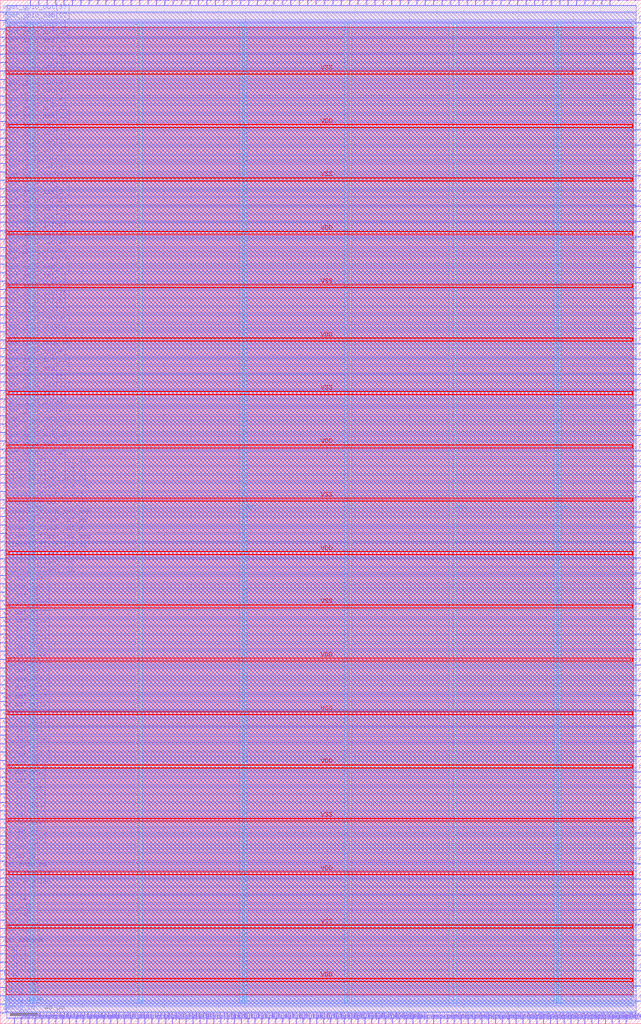
<source format=lef>
VERSION 5.7 ;
  NOWIREEXTENSIONATPIN ON ;
  DIVIDERCHAR "/" ;
  BUSBITCHARS "[]" ;
MACRO housekeeping
  CLASS BLOCK ;
  FOREIGN housekeeping ;
  ORIGIN 0.000 0.000 ;
  SIZE 470.000 BY 750.000 ;
  PIN VDD
    DIRECTION INOUT ;
    USE POWER ;
    PORT
      LAYER Metal4 ;
        RECT 22.240 15.380 23.840 733.340 ;
    END
    PORT
      LAYER Metal4 ;
        RECT 99.040 15.380 100.640 733.340 ;
    END
    PORT
      LAYER Metal4 ;
        RECT 175.840 15.380 177.440 733.340 ;
    END
    PORT
      LAYER Metal4 ;
        RECT 252.640 15.380 254.240 733.340 ;
    END
    PORT
      LAYER Metal4 ;
        RECT 329.440 15.380 331.040 733.340 ;
    END
    PORT
      LAYER Metal4 ;
        RECT 406.240 15.380 407.840 733.340 ;
    END
    PORT
      LAYER Metal5 ;
        RECT 6.420 31.290 463.420 32.890 ;
    END
    PORT
      LAYER Metal5 ;
        RECT 6.420 109.490 463.420 111.090 ;
    END
    PORT
      LAYER Metal5 ;
        RECT 6.420 187.690 463.420 189.290 ;
    END
    PORT
      LAYER Metal5 ;
        RECT 6.420 265.890 463.420 267.490 ;
    END
    PORT
      LAYER Metal5 ;
        RECT 6.420 344.090 463.420 345.690 ;
    END
    PORT
      LAYER Metal5 ;
        RECT 6.420 422.290 463.420 423.890 ;
    END
    PORT
      LAYER Metal5 ;
        RECT 6.420 500.490 463.420 502.090 ;
    END
    PORT
      LAYER Metal5 ;
        RECT 6.420 578.690 463.420 580.290 ;
    END
    PORT
      LAYER Metal5 ;
        RECT 6.420 656.890 463.420 658.490 ;
    END
  END VDD
  PIN VSS
    DIRECTION INOUT ;
    USE GROUND ;
    PORT
      LAYER Metal4 ;
        RECT 25.540 15.380 27.140 733.340 ;
    END
    PORT
      LAYER Metal4 ;
        RECT 102.340 15.380 103.940 733.340 ;
    END
    PORT
      LAYER Metal4 ;
        RECT 179.140 15.380 180.740 733.340 ;
    END
    PORT
      LAYER Metal4 ;
        RECT 255.940 15.380 257.540 733.340 ;
    END
    PORT
      LAYER Metal4 ;
        RECT 332.740 15.380 334.340 733.340 ;
    END
    PORT
      LAYER Metal4 ;
        RECT 409.540 15.380 411.140 733.340 ;
    END
    PORT
      LAYER Metal5 ;
        RECT 6.420 70.390 463.420 71.990 ;
    END
    PORT
      LAYER Metal5 ;
        RECT 6.420 148.590 463.420 150.190 ;
    END
    PORT
      LAYER Metal5 ;
        RECT 6.420 226.790 463.420 228.390 ;
    END
    PORT
      LAYER Metal5 ;
        RECT 6.420 304.990 463.420 306.590 ;
    END
    PORT
      LAYER Metal5 ;
        RECT 6.420 383.190 463.420 384.790 ;
    END
    PORT
      LAYER Metal5 ;
        RECT 6.420 461.390 463.420 462.990 ;
    END
    PORT
      LAYER Metal5 ;
        RECT 6.420 539.590 463.420 541.190 ;
    END
    PORT
      LAYER Metal5 ;
        RECT 6.420 617.790 463.420 619.390 ;
    END
    PORT
      LAYER Metal5 ;
        RECT 6.420 695.990 463.420 697.590 ;
    END
  END VSS
  PIN debug_in
    DIRECTION OUTPUT TRISTATE ;
    USE SIGNAL ;
    PORT
      LAYER Metal3 ;
        RECT 0.000 7.840 4.000 8.400 ;
    END
  END debug_in
  PIN debug_mode
    DIRECTION INPUT ;
    USE SIGNAL ;
    PORT
      LAYER Metal3 ;
        RECT 0.000 14.000 4.000 14.560 ;
    END
  END debug_mode
  PIN debug_oeb
    DIRECTION INPUT ;
    USE SIGNAL ;
    PORT
      LAYER Metal3 ;
        RECT 0.000 20.160 4.000 20.720 ;
    END
  END debug_oeb
  PIN debug_out
    DIRECTION INPUT ;
    USE SIGNAL ;
    PORT
      LAYER Metal3 ;
        RECT 0.000 26.320 4.000 26.880 ;
    END
  END debug_out
  PIN irq[0]
    DIRECTION OUTPUT TRISTATE ;
    USE SIGNAL ;
    PORT
      LAYER Metal3 ;
        RECT 0.000 38.640 4.000 39.200 ;
    END
  END irq[0]
  PIN irq[1]
    DIRECTION OUTPUT TRISTATE ;
    USE SIGNAL ;
    PORT
      LAYER Metal3 ;
        RECT 0.000 44.800 4.000 45.360 ;
    END
  END irq[1]
  PIN irq[2]
    DIRECTION OUTPUT TRISTATE ;
    USE SIGNAL ;
    PORT
      LAYER Metal3 ;
        RECT 0.000 50.960 4.000 51.520 ;
    END
  END irq[2]
  PIN mask_rev_in[0]
    DIRECTION INPUT ;
    USE SIGNAL ;
    PORT
      LAYER Metal2 ;
        RECT 297.360 0.000 297.920 4.000 ;
    END
  END mask_rev_in[0]
  PIN mask_rev_in[10]
    DIRECTION INPUT ;
    USE SIGNAL ;
    PORT
      LAYER Metal2 ;
        RECT 347.760 0.000 348.320 4.000 ;
    END
  END mask_rev_in[10]
  PIN mask_rev_in[11]
    DIRECTION INPUT ;
    USE SIGNAL ;
    PORT
      LAYER Metal2 ;
        RECT 352.800 0.000 353.360 4.000 ;
    END
  END mask_rev_in[11]
  PIN mask_rev_in[12]
    DIRECTION INPUT ;
    USE SIGNAL ;
    PORT
      LAYER Metal2 ;
        RECT 357.840 0.000 358.400 4.000 ;
    END
  END mask_rev_in[12]
  PIN mask_rev_in[13]
    DIRECTION INPUT ;
    USE SIGNAL ;
    PORT
      LAYER Metal2 ;
        RECT 362.880 0.000 363.440 4.000 ;
    END
  END mask_rev_in[13]
  PIN mask_rev_in[14]
    DIRECTION INPUT ;
    USE SIGNAL ;
    PORT
      LAYER Metal2 ;
        RECT 367.920 0.000 368.480 4.000 ;
    END
  END mask_rev_in[14]
  PIN mask_rev_in[15]
    DIRECTION INPUT ;
    USE SIGNAL ;
    PORT
      LAYER Metal2 ;
        RECT 372.960 0.000 373.520 4.000 ;
    END
  END mask_rev_in[15]
  PIN mask_rev_in[16]
    DIRECTION INPUT ;
    USE SIGNAL ;
    PORT
      LAYER Metal2 ;
        RECT 378.000 0.000 378.560 4.000 ;
    END
  END mask_rev_in[16]
  PIN mask_rev_in[17]
    DIRECTION INPUT ;
    USE SIGNAL ;
    PORT
      LAYER Metal2 ;
        RECT 383.040 0.000 383.600 4.000 ;
    END
  END mask_rev_in[17]
  PIN mask_rev_in[18]
    DIRECTION INPUT ;
    USE SIGNAL ;
    PORT
      LAYER Metal2 ;
        RECT 388.080 0.000 388.640 4.000 ;
    END
  END mask_rev_in[18]
  PIN mask_rev_in[19]
    DIRECTION INPUT ;
    USE SIGNAL ;
    PORT
      LAYER Metal2 ;
        RECT 393.120 0.000 393.680 4.000 ;
    END
  END mask_rev_in[19]
  PIN mask_rev_in[1]
    DIRECTION INPUT ;
    USE SIGNAL ;
    PORT
      LAYER Metal2 ;
        RECT 302.400 0.000 302.960 4.000 ;
    END
  END mask_rev_in[1]
  PIN mask_rev_in[20]
    DIRECTION INPUT ;
    USE SIGNAL ;
    PORT
      LAYER Metal2 ;
        RECT 398.160 0.000 398.720 4.000 ;
    END
  END mask_rev_in[20]
  PIN mask_rev_in[21]
    DIRECTION INPUT ;
    USE SIGNAL ;
    PORT
      LAYER Metal2 ;
        RECT 403.200 0.000 403.760 4.000 ;
    END
  END mask_rev_in[21]
  PIN mask_rev_in[22]
    DIRECTION INPUT ;
    USE SIGNAL ;
    PORT
      LAYER Metal2 ;
        RECT 408.240 0.000 408.800 4.000 ;
    END
  END mask_rev_in[22]
  PIN mask_rev_in[23]
    DIRECTION INPUT ;
    USE SIGNAL ;
    PORT
      LAYER Metal2 ;
        RECT 413.280 0.000 413.840 4.000 ;
    END
  END mask_rev_in[23]
  PIN mask_rev_in[24]
    DIRECTION INPUT ;
    USE SIGNAL ;
    PORT
      LAYER Metal2 ;
        RECT 418.320 0.000 418.880 4.000 ;
    END
  END mask_rev_in[24]
  PIN mask_rev_in[25]
    DIRECTION INPUT ;
    USE SIGNAL ;
    PORT
      LAYER Metal2 ;
        RECT 423.360 0.000 423.920 4.000 ;
    END
  END mask_rev_in[25]
  PIN mask_rev_in[26]
    DIRECTION INPUT ;
    USE SIGNAL ;
    PORT
      LAYER Metal2 ;
        RECT 428.400 0.000 428.960 4.000 ;
    END
  END mask_rev_in[26]
  PIN mask_rev_in[27]
    DIRECTION INPUT ;
    USE SIGNAL ;
    PORT
      LAYER Metal2 ;
        RECT 433.440 0.000 434.000 4.000 ;
    END
  END mask_rev_in[27]
  PIN mask_rev_in[28]
    DIRECTION INPUT ;
    USE SIGNAL ;
    PORT
      LAYER Metal2 ;
        RECT 438.480 0.000 439.040 4.000 ;
    END
  END mask_rev_in[28]
  PIN mask_rev_in[29]
    DIRECTION INPUT ;
    USE SIGNAL ;
    PORT
      LAYER Metal2 ;
        RECT 443.520 0.000 444.080 4.000 ;
    END
  END mask_rev_in[29]
  PIN mask_rev_in[2]
    DIRECTION INPUT ;
    USE SIGNAL ;
    PORT
      LAYER Metal2 ;
        RECT 307.440 0.000 308.000 4.000 ;
    END
  END mask_rev_in[2]
  PIN mask_rev_in[30]
    DIRECTION INPUT ;
    USE SIGNAL ;
    PORT
      LAYER Metal2 ;
        RECT 448.560 0.000 449.120 4.000 ;
    END
  END mask_rev_in[30]
  PIN mask_rev_in[31]
    DIRECTION INPUT ;
    USE SIGNAL ;
    PORT
      LAYER Metal2 ;
        RECT 453.600 0.000 454.160 4.000 ;
    END
  END mask_rev_in[31]
  PIN mask_rev_in[3]
    DIRECTION INPUT ;
    USE SIGNAL ;
    PORT
      LAYER Metal2 ;
        RECT 312.480 0.000 313.040 4.000 ;
    END
  END mask_rev_in[3]
  PIN mask_rev_in[4]
    DIRECTION INPUT ;
    USE SIGNAL ;
    PORT
      LAYER Metal2 ;
        RECT 317.520 0.000 318.080 4.000 ;
    END
  END mask_rev_in[4]
  PIN mask_rev_in[5]
    DIRECTION INPUT ;
    USE SIGNAL ;
    PORT
      LAYER Metal2 ;
        RECT 322.560 0.000 323.120 4.000 ;
    END
  END mask_rev_in[5]
  PIN mask_rev_in[6]
    DIRECTION INPUT ;
    USE SIGNAL ;
    PORT
      LAYER Metal2 ;
        RECT 327.600 0.000 328.160 4.000 ;
    END
  END mask_rev_in[6]
  PIN mask_rev_in[7]
    DIRECTION INPUT ;
    USE SIGNAL ;
    PORT
      LAYER Metal2 ;
        RECT 332.640 0.000 333.200 4.000 ;
    END
  END mask_rev_in[7]
  PIN mask_rev_in[8]
    DIRECTION INPUT ;
    USE SIGNAL ;
    PORT
      LAYER Metal2 ;
        RECT 337.680 0.000 338.240 4.000 ;
    END
  END mask_rev_in[8]
  PIN mask_rev_in[9]
    DIRECTION INPUT ;
    USE SIGNAL ;
    PORT
      LAYER Metal2 ;
        RECT 342.720 0.000 343.280 4.000 ;
    END
  END mask_rev_in[9]
  PIN mgmt_gpio_in[0]
    DIRECTION INPUT ;
    USE SIGNAL ;
    PORT
      LAYER Metal3 ;
        RECT 466.000 72.240 470.000 72.800 ;
    END
  END mgmt_gpio_in[0]
  PIN mgmt_gpio_in[10]
    DIRECTION INPUT ;
    USE SIGNAL ;
    PORT
      LAYER Metal3 ;
        RECT 466.000 408.240 470.000 408.800 ;
    END
  END mgmt_gpio_in[10]
  PIN mgmt_gpio_in[11]
    DIRECTION INPUT ;
    USE SIGNAL ;
    PORT
      LAYER Metal3 ;
        RECT 466.000 441.840 470.000 442.400 ;
    END
  END mgmt_gpio_in[11]
  PIN mgmt_gpio_in[12]
    DIRECTION INPUT ;
    USE SIGNAL ;
    PORT
      LAYER Metal3 ;
        RECT 466.000 475.440 470.000 476.000 ;
    END
  END mgmt_gpio_in[12]
  PIN mgmt_gpio_in[13]
    DIRECTION INPUT ;
    USE SIGNAL ;
    PORT
      LAYER Metal3 ;
        RECT 466.000 509.040 470.000 509.600 ;
    END
  END mgmt_gpio_in[13]
  PIN mgmt_gpio_in[14]
    DIRECTION INPUT ;
    USE SIGNAL ;
    PORT
      LAYER Metal3 ;
        RECT 466.000 542.640 470.000 543.200 ;
    END
  END mgmt_gpio_in[14]
  PIN mgmt_gpio_in[15]
    DIRECTION INPUT ;
    USE SIGNAL ;
    PORT
      LAYER Metal3 ;
        RECT 466.000 576.240 470.000 576.800 ;
    END
  END mgmt_gpio_in[15]
  PIN mgmt_gpio_in[16]
    DIRECTION INPUT ;
    USE SIGNAL ;
    PORT
      LAYER Metal3 ;
        RECT 466.000 609.840 470.000 610.400 ;
    END
  END mgmt_gpio_in[16]
  PIN mgmt_gpio_in[17]
    DIRECTION INPUT ;
    USE SIGNAL ;
    PORT
      LAYER Metal3 ;
        RECT 466.000 643.440 470.000 644.000 ;
    END
  END mgmt_gpio_in[17]
  PIN mgmt_gpio_in[18]
    DIRECTION INPUT ;
    USE SIGNAL ;
    PORT
      LAYER Metal3 ;
        RECT 466.000 677.040 470.000 677.600 ;
    END
  END mgmt_gpio_in[18]
  PIN mgmt_gpio_in[19]
    DIRECTION INPUT ;
    USE SIGNAL ;
    PORT
      LAYER Metal3 ;
        RECT 466.000 710.640 470.000 711.200 ;
    END
  END mgmt_gpio_in[19]
  PIN mgmt_gpio_in[1]
    DIRECTION INPUT ;
    USE SIGNAL ;
    PORT
      LAYER Metal3 ;
        RECT 466.000 105.840 470.000 106.400 ;
    END
  END mgmt_gpio_in[1]
  PIN mgmt_gpio_in[20]
    DIRECTION INPUT ;
    USE SIGNAL ;
    PORT
      LAYER Metal3 ;
        RECT 0.000 414.400 4.000 414.960 ;
    END
  END mgmt_gpio_in[20]
  PIN mgmt_gpio_in[21]
    DIRECTION INPUT ;
    USE SIGNAL ;
    PORT
      LAYER Metal3 ;
        RECT 0.000 432.880 4.000 433.440 ;
    END
  END mgmt_gpio_in[21]
  PIN mgmt_gpio_in[22]
    DIRECTION INPUT ;
    USE SIGNAL ;
    PORT
      LAYER Metal3 ;
        RECT 0.000 451.360 4.000 451.920 ;
    END
  END mgmt_gpio_in[22]
  PIN mgmt_gpio_in[23]
    DIRECTION INPUT ;
    USE SIGNAL ;
    PORT
      LAYER Metal3 ;
        RECT 0.000 469.840 4.000 470.400 ;
    END
  END mgmt_gpio_in[23]
  PIN mgmt_gpio_in[24]
    DIRECTION INPUT ;
    USE SIGNAL ;
    PORT
      LAYER Metal3 ;
        RECT 0.000 488.320 4.000 488.880 ;
    END
  END mgmt_gpio_in[24]
  PIN mgmt_gpio_in[25]
    DIRECTION INPUT ;
    USE SIGNAL ;
    PORT
      LAYER Metal3 ;
        RECT 0.000 506.800 4.000 507.360 ;
    END
  END mgmt_gpio_in[25]
  PIN mgmt_gpio_in[26]
    DIRECTION INPUT ;
    USE SIGNAL ;
    PORT
      LAYER Metal3 ;
        RECT 0.000 525.280 4.000 525.840 ;
    END
  END mgmt_gpio_in[26]
  PIN mgmt_gpio_in[27]
    DIRECTION INPUT ;
    USE SIGNAL ;
    PORT
      LAYER Metal3 ;
        RECT 0.000 543.760 4.000 544.320 ;
    END
  END mgmt_gpio_in[27]
  PIN mgmt_gpio_in[28]
    DIRECTION INPUT ;
    USE SIGNAL ;
    PORT
      LAYER Metal3 ;
        RECT 0.000 562.240 4.000 562.800 ;
    END
  END mgmt_gpio_in[28]
  PIN mgmt_gpio_in[29]
    DIRECTION INPUT ;
    USE SIGNAL ;
    PORT
      LAYER Metal3 ;
        RECT 0.000 580.720 4.000 581.280 ;
    END
  END mgmt_gpio_in[29]
  PIN mgmt_gpio_in[2]
    DIRECTION INPUT ;
    USE SIGNAL ;
    PORT
      LAYER Metal3 ;
        RECT 466.000 139.440 470.000 140.000 ;
    END
  END mgmt_gpio_in[2]
  PIN mgmt_gpio_in[30]
    DIRECTION INPUT ;
    USE SIGNAL ;
    PORT
      LAYER Metal3 ;
        RECT 0.000 599.200 4.000 599.760 ;
    END
  END mgmt_gpio_in[30]
  PIN mgmt_gpio_in[31]
    DIRECTION INPUT ;
    USE SIGNAL ;
    PORT
      LAYER Metal3 ;
        RECT 0.000 617.680 4.000 618.240 ;
    END
  END mgmt_gpio_in[31]
  PIN mgmt_gpio_in[32]
    DIRECTION INPUT ;
    USE SIGNAL ;
    PORT
      LAYER Metal3 ;
        RECT 0.000 636.160 4.000 636.720 ;
    END
  END mgmt_gpio_in[32]
  PIN mgmt_gpio_in[33]
    DIRECTION INPUT ;
    USE SIGNAL ;
    PORT
      LAYER Metal3 ;
        RECT 0.000 654.640 4.000 655.200 ;
    END
  END mgmt_gpio_in[33]
  PIN mgmt_gpio_in[34]
    DIRECTION INPUT ;
    USE SIGNAL ;
    PORT
      LAYER Metal3 ;
        RECT 0.000 673.120 4.000 673.680 ;
    END
  END mgmt_gpio_in[34]
  PIN mgmt_gpio_in[35]
    DIRECTION INPUT ;
    USE SIGNAL ;
    PORT
      LAYER Metal3 ;
        RECT 0.000 691.600 4.000 692.160 ;
    END
  END mgmt_gpio_in[35]
  PIN mgmt_gpio_in[36]
    DIRECTION INPUT ;
    USE SIGNAL ;
    PORT
      LAYER Metal3 ;
        RECT 0.000 710.080 4.000 710.640 ;
    END
  END mgmt_gpio_in[36]
  PIN mgmt_gpio_in[37]
    DIRECTION INPUT ;
    USE SIGNAL ;
    PORT
      LAYER Metal3 ;
        RECT 0.000 728.560 4.000 729.120 ;
    END
  END mgmt_gpio_in[37]
  PIN mgmt_gpio_in[3]
    DIRECTION INPUT ;
    USE SIGNAL ;
    PORT
      LAYER Metal3 ;
        RECT 466.000 173.040 470.000 173.600 ;
    END
  END mgmt_gpio_in[3]
  PIN mgmt_gpio_in[4]
    DIRECTION INPUT ;
    USE SIGNAL ;
    PORT
      LAYER Metal3 ;
        RECT 466.000 206.640 470.000 207.200 ;
    END
  END mgmt_gpio_in[4]
  PIN mgmt_gpio_in[5]
    DIRECTION INPUT ;
    USE SIGNAL ;
    PORT
      LAYER Metal3 ;
        RECT 466.000 240.240 470.000 240.800 ;
    END
  END mgmt_gpio_in[5]
  PIN mgmt_gpio_in[6]
    DIRECTION INPUT ;
    USE SIGNAL ;
    PORT
      LAYER Metal3 ;
        RECT 466.000 273.840 470.000 274.400 ;
    END
  END mgmt_gpio_in[6]
  PIN mgmt_gpio_in[7]
    DIRECTION INPUT ;
    USE SIGNAL ;
    PORT
      LAYER Metal3 ;
        RECT 466.000 307.440 470.000 308.000 ;
    END
  END mgmt_gpio_in[7]
  PIN mgmt_gpio_in[8]
    DIRECTION INPUT ;
    USE SIGNAL ;
    PORT
      LAYER Metal3 ;
        RECT 466.000 341.040 470.000 341.600 ;
    END
  END mgmt_gpio_in[8]
  PIN mgmt_gpio_in[9]
    DIRECTION INPUT ;
    USE SIGNAL ;
    PORT
      LAYER Metal3 ;
        RECT 466.000 374.640 470.000 375.200 ;
    END
  END mgmt_gpio_in[9]
  PIN mgmt_gpio_oeb[0]
    DIRECTION OUTPUT TRISTATE ;
    USE SIGNAL ;
    PORT
      LAYER Metal3 ;
        RECT 466.000 83.440 470.000 84.000 ;
    END
  END mgmt_gpio_oeb[0]
  PIN mgmt_gpio_oeb[10]
    DIRECTION OUTPUT TRISTATE ;
    USE SIGNAL ;
    PORT
      LAYER Metal3 ;
        RECT 466.000 419.440 470.000 420.000 ;
    END
  END mgmt_gpio_oeb[10]
  PIN mgmt_gpio_oeb[11]
    DIRECTION OUTPUT TRISTATE ;
    USE SIGNAL ;
    PORT
      LAYER Metal3 ;
        RECT 466.000 453.040 470.000 453.600 ;
    END
  END mgmt_gpio_oeb[11]
  PIN mgmt_gpio_oeb[12]
    DIRECTION OUTPUT TRISTATE ;
    USE SIGNAL ;
    PORT
      LAYER Metal3 ;
        RECT 466.000 486.640 470.000 487.200 ;
    END
  END mgmt_gpio_oeb[12]
  PIN mgmt_gpio_oeb[13]
    DIRECTION OUTPUT TRISTATE ;
    USE SIGNAL ;
    PORT
      LAYER Metal3 ;
        RECT 466.000 520.240 470.000 520.800 ;
    END
  END mgmt_gpio_oeb[13]
  PIN mgmt_gpio_oeb[14]
    DIRECTION OUTPUT TRISTATE ;
    USE SIGNAL ;
    PORT
      LAYER Metal3 ;
        RECT 466.000 553.840 470.000 554.400 ;
    END
  END mgmt_gpio_oeb[14]
  PIN mgmt_gpio_oeb[15]
    DIRECTION OUTPUT TRISTATE ;
    USE SIGNAL ;
    PORT
      LAYER Metal3 ;
        RECT 466.000 587.440 470.000 588.000 ;
    END
  END mgmt_gpio_oeb[15]
  PIN mgmt_gpio_oeb[16]
    DIRECTION OUTPUT TRISTATE ;
    USE SIGNAL ;
    PORT
      LAYER Metal3 ;
        RECT 466.000 621.040 470.000 621.600 ;
    END
  END mgmt_gpio_oeb[16]
  PIN mgmt_gpio_oeb[17]
    DIRECTION OUTPUT TRISTATE ;
    USE SIGNAL ;
    PORT
      LAYER Metal3 ;
        RECT 466.000 654.640 470.000 655.200 ;
    END
  END mgmt_gpio_oeb[17]
  PIN mgmt_gpio_oeb[18]
    DIRECTION OUTPUT TRISTATE ;
    USE SIGNAL ;
    PORT
      LAYER Metal3 ;
        RECT 466.000 688.240 470.000 688.800 ;
    END
  END mgmt_gpio_oeb[18]
  PIN mgmt_gpio_oeb[19]
    DIRECTION OUTPUT TRISTATE ;
    USE SIGNAL ;
    PORT
      LAYER Metal3 ;
        RECT 466.000 721.840 470.000 722.400 ;
    END
  END mgmt_gpio_oeb[19]
  PIN mgmt_gpio_oeb[1]
    DIRECTION OUTPUT TRISTATE ;
    USE SIGNAL ;
    PORT
      LAYER Metal3 ;
        RECT 466.000 117.040 470.000 117.600 ;
    END
  END mgmt_gpio_oeb[1]
  PIN mgmt_gpio_oeb[20]
    DIRECTION OUTPUT TRISTATE ;
    USE SIGNAL ;
    PORT
      LAYER Metal3 ;
        RECT 0.000 420.560 4.000 421.120 ;
    END
  END mgmt_gpio_oeb[20]
  PIN mgmt_gpio_oeb[21]
    DIRECTION OUTPUT TRISTATE ;
    USE SIGNAL ;
    PORT
      LAYER Metal3 ;
        RECT 0.000 439.040 4.000 439.600 ;
    END
  END mgmt_gpio_oeb[21]
  PIN mgmt_gpio_oeb[22]
    DIRECTION OUTPUT TRISTATE ;
    USE SIGNAL ;
    PORT
      LAYER Metal3 ;
        RECT 0.000 457.520 4.000 458.080 ;
    END
  END mgmt_gpio_oeb[22]
  PIN mgmt_gpio_oeb[23]
    DIRECTION OUTPUT TRISTATE ;
    USE SIGNAL ;
    PORT
      LAYER Metal3 ;
        RECT 0.000 476.000 4.000 476.560 ;
    END
  END mgmt_gpio_oeb[23]
  PIN mgmt_gpio_oeb[24]
    DIRECTION OUTPUT TRISTATE ;
    USE SIGNAL ;
    PORT
      LAYER Metal3 ;
        RECT 0.000 494.480 4.000 495.040 ;
    END
  END mgmt_gpio_oeb[24]
  PIN mgmt_gpio_oeb[25]
    DIRECTION OUTPUT TRISTATE ;
    USE SIGNAL ;
    PORT
      LAYER Metal3 ;
        RECT 0.000 512.960 4.000 513.520 ;
    END
  END mgmt_gpio_oeb[25]
  PIN mgmt_gpio_oeb[26]
    DIRECTION OUTPUT TRISTATE ;
    USE SIGNAL ;
    PORT
      LAYER Metal3 ;
        RECT 0.000 531.440 4.000 532.000 ;
    END
  END mgmt_gpio_oeb[26]
  PIN mgmt_gpio_oeb[27]
    DIRECTION OUTPUT TRISTATE ;
    USE SIGNAL ;
    PORT
      LAYER Metal3 ;
        RECT 0.000 549.920 4.000 550.480 ;
    END
  END mgmt_gpio_oeb[27]
  PIN mgmt_gpio_oeb[28]
    DIRECTION OUTPUT TRISTATE ;
    USE SIGNAL ;
    PORT
      LAYER Metal3 ;
        RECT 0.000 568.400 4.000 568.960 ;
    END
  END mgmt_gpio_oeb[28]
  PIN mgmt_gpio_oeb[29]
    DIRECTION OUTPUT TRISTATE ;
    USE SIGNAL ;
    PORT
      LAYER Metal3 ;
        RECT 0.000 586.880 4.000 587.440 ;
    END
  END mgmt_gpio_oeb[29]
  PIN mgmt_gpio_oeb[2]
    DIRECTION OUTPUT TRISTATE ;
    USE SIGNAL ;
    PORT
      LAYER Metal3 ;
        RECT 466.000 150.640 470.000 151.200 ;
    END
  END mgmt_gpio_oeb[2]
  PIN mgmt_gpio_oeb[30]
    DIRECTION OUTPUT TRISTATE ;
    USE SIGNAL ;
    PORT
      LAYER Metal3 ;
        RECT 0.000 605.360 4.000 605.920 ;
    END
  END mgmt_gpio_oeb[30]
  PIN mgmt_gpio_oeb[31]
    DIRECTION OUTPUT TRISTATE ;
    USE SIGNAL ;
    PORT
      LAYER Metal3 ;
        RECT 0.000 623.840 4.000 624.400 ;
    END
  END mgmt_gpio_oeb[31]
  PIN mgmt_gpio_oeb[32]
    DIRECTION OUTPUT TRISTATE ;
    USE SIGNAL ;
    PORT
      LAYER Metal3 ;
        RECT 0.000 642.320 4.000 642.880 ;
    END
  END mgmt_gpio_oeb[32]
  PIN mgmt_gpio_oeb[33]
    DIRECTION OUTPUT TRISTATE ;
    USE SIGNAL ;
    PORT
      LAYER Metal3 ;
        RECT 0.000 660.800 4.000 661.360 ;
    END
  END mgmt_gpio_oeb[33]
  PIN mgmt_gpio_oeb[34]
    DIRECTION OUTPUT TRISTATE ;
    USE SIGNAL ;
    PORT
      LAYER Metal3 ;
        RECT 0.000 679.280 4.000 679.840 ;
    END
  END mgmt_gpio_oeb[34]
  PIN mgmt_gpio_oeb[35]
    DIRECTION OUTPUT TRISTATE ;
    USE SIGNAL ;
    PORT
      LAYER Metal3 ;
        RECT 0.000 697.760 4.000 698.320 ;
    END
  END mgmt_gpio_oeb[35]
  PIN mgmt_gpio_oeb[36]
    DIRECTION OUTPUT TRISTATE ;
    USE SIGNAL ;
    PORT
      LAYER Metal3 ;
        RECT 0.000 716.240 4.000 716.800 ;
    END
  END mgmt_gpio_oeb[36]
  PIN mgmt_gpio_oeb[37]
    DIRECTION OUTPUT TRISTATE ;
    USE SIGNAL ;
    PORT
      LAYER Metal3 ;
        RECT 0.000 734.720 4.000 735.280 ;
    END
  END mgmt_gpio_oeb[37]
  PIN mgmt_gpio_oeb[3]
    DIRECTION OUTPUT TRISTATE ;
    USE SIGNAL ;
    PORT
      LAYER Metal3 ;
        RECT 466.000 184.240 470.000 184.800 ;
    END
  END mgmt_gpio_oeb[3]
  PIN mgmt_gpio_oeb[4]
    DIRECTION OUTPUT TRISTATE ;
    USE SIGNAL ;
    PORT
      LAYER Metal3 ;
        RECT 466.000 217.840 470.000 218.400 ;
    END
  END mgmt_gpio_oeb[4]
  PIN mgmt_gpio_oeb[5]
    DIRECTION OUTPUT TRISTATE ;
    USE SIGNAL ;
    PORT
      LAYER Metal3 ;
        RECT 466.000 251.440 470.000 252.000 ;
    END
  END mgmt_gpio_oeb[5]
  PIN mgmt_gpio_oeb[6]
    DIRECTION OUTPUT TRISTATE ;
    USE SIGNAL ;
    PORT
      LAYER Metal3 ;
        RECT 466.000 285.040 470.000 285.600 ;
    END
  END mgmt_gpio_oeb[6]
  PIN mgmt_gpio_oeb[7]
    DIRECTION OUTPUT TRISTATE ;
    USE SIGNAL ;
    PORT
      LAYER Metal3 ;
        RECT 466.000 318.640 470.000 319.200 ;
    END
  END mgmt_gpio_oeb[7]
  PIN mgmt_gpio_oeb[8]
    DIRECTION OUTPUT TRISTATE ;
    USE SIGNAL ;
    PORT
      LAYER Metal3 ;
        RECT 466.000 352.240 470.000 352.800 ;
    END
  END mgmt_gpio_oeb[8]
  PIN mgmt_gpio_oeb[9]
    DIRECTION OUTPUT TRISTATE ;
    USE SIGNAL ;
    PORT
      LAYER Metal3 ;
        RECT 466.000 385.840 470.000 386.400 ;
    END
  END mgmt_gpio_oeb[9]
  PIN mgmt_gpio_out[0]
    DIRECTION OUTPUT TRISTATE ;
    USE SIGNAL ;
    PORT
      LAYER Metal3 ;
        RECT 466.000 94.640 470.000 95.200 ;
    END
  END mgmt_gpio_out[0]
  PIN mgmt_gpio_out[10]
    DIRECTION OUTPUT TRISTATE ;
    USE SIGNAL ;
    PORT
      LAYER Metal3 ;
        RECT 466.000 430.640 470.000 431.200 ;
    END
  END mgmt_gpio_out[10]
  PIN mgmt_gpio_out[11]
    DIRECTION OUTPUT TRISTATE ;
    USE SIGNAL ;
    PORT
      LAYER Metal3 ;
        RECT 466.000 464.240 470.000 464.800 ;
    END
  END mgmt_gpio_out[11]
  PIN mgmt_gpio_out[12]
    DIRECTION OUTPUT TRISTATE ;
    USE SIGNAL ;
    PORT
      LAYER Metal3 ;
        RECT 466.000 497.840 470.000 498.400 ;
    END
  END mgmt_gpio_out[12]
  PIN mgmt_gpio_out[13]
    DIRECTION OUTPUT TRISTATE ;
    USE SIGNAL ;
    PORT
      LAYER Metal3 ;
        RECT 466.000 531.440 470.000 532.000 ;
    END
  END mgmt_gpio_out[13]
  PIN mgmt_gpio_out[14]
    DIRECTION OUTPUT TRISTATE ;
    USE SIGNAL ;
    PORT
      LAYER Metal3 ;
        RECT 466.000 565.040 470.000 565.600 ;
    END
  END mgmt_gpio_out[14]
  PIN mgmt_gpio_out[15]
    DIRECTION OUTPUT TRISTATE ;
    USE SIGNAL ;
    PORT
      LAYER Metal3 ;
        RECT 466.000 598.640 470.000 599.200 ;
    END
  END mgmt_gpio_out[15]
  PIN mgmt_gpio_out[16]
    DIRECTION OUTPUT TRISTATE ;
    USE SIGNAL ;
    PORT
      LAYER Metal3 ;
        RECT 466.000 632.240 470.000 632.800 ;
    END
  END mgmt_gpio_out[16]
  PIN mgmt_gpio_out[17]
    DIRECTION OUTPUT TRISTATE ;
    USE SIGNAL ;
    PORT
      LAYER Metal3 ;
        RECT 466.000 665.840 470.000 666.400 ;
    END
  END mgmt_gpio_out[17]
  PIN mgmt_gpio_out[18]
    DIRECTION OUTPUT TRISTATE ;
    USE SIGNAL ;
    PORT
      LAYER Metal3 ;
        RECT 466.000 699.440 470.000 700.000 ;
    END
  END mgmt_gpio_out[18]
  PIN mgmt_gpio_out[19]
    DIRECTION OUTPUT TRISTATE ;
    USE SIGNAL ;
    PORT
      LAYER Metal3 ;
        RECT 466.000 733.040 470.000 733.600 ;
    END
  END mgmt_gpio_out[19]
  PIN mgmt_gpio_out[1]
    DIRECTION OUTPUT TRISTATE ;
    USE SIGNAL ;
    PORT
      LAYER Metal3 ;
        RECT 466.000 128.240 470.000 128.800 ;
    END
  END mgmt_gpio_out[1]
  PIN mgmt_gpio_out[20]
    DIRECTION OUTPUT TRISTATE ;
    USE SIGNAL ;
    PORT
      LAYER Metal3 ;
        RECT 0.000 426.720 4.000 427.280 ;
    END
  END mgmt_gpio_out[20]
  PIN mgmt_gpio_out[21]
    DIRECTION OUTPUT TRISTATE ;
    USE SIGNAL ;
    PORT
      LAYER Metal3 ;
        RECT 0.000 445.200 4.000 445.760 ;
    END
  END mgmt_gpio_out[21]
  PIN mgmt_gpio_out[22]
    DIRECTION OUTPUT TRISTATE ;
    USE SIGNAL ;
    PORT
      LAYER Metal3 ;
        RECT 0.000 463.680 4.000 464.240 ;
    END
  END mgmt_gpio_out[22]
  PIN mgmt_gpio_out[23]
    DIRECTION OUTPUT TRISTATE ;
    USE SIGNAL ;
    PORT
      LAYER Metal3 ;
        RECT 0.000 482.160 4.000 482.720 ;
    END
  END mgmt_gpio_out[23]
  PIN mgmt_gpio_out[24]
    DIRECTION OUTPUT TRISTATE ;
    USE SIGNAL ;
    PORT
      LAYER Metal3 ;
        RECT 0.000 500.640 4.000 501.200 ;
    END
  END mgmt_gpio_out[24]
  PIN mgmt_gpio_out[25]
    DIRECTION OUTPUT TRISTATE ;
    USE SIGNAL ;
    PORT
      LAYER Metal3 ;
        RECT 0.000 519.120 4.000 519.680 ;
    END
  END mgmt_gpio_out[25]
  PIN mgmt_gpio_out[26]
    DIRECTION OUTPUT TRISTATE ;
    USE SIGNAL ;
    PORT
      LAYER Metal3 ;
        RECT 0.000 537.600 4.000 538.160 ;
    END
  END mgmt_gpio_out[26]
  PIN mgmt_gpio_out[27]
    DIRECTION OUTPUT TRISTATE ;
    USE SIGNAL ;
    PORT
      LAYER Metal3 ;
        RECT 0.000 556.080 4.000 556.640 ;
    END
  END mgmt_gpio_out[27]
  PIN mgmt_gpio_out[28]
    DIRECTION OUTPUT TRISTATE ;
    USE SIGNAL ;
    PORT
      LAYER Metal3 ;
        RECT 0.000 574.560 4.000 575.120 ;
    END
  END mgmt_gpio_out[28]
  PIN mgmt_gpio_out[29]
    DIRECTION OUTPUT TRISTATE ;
    USE SIGNAL ;
    PORT
      LAYER Metal3 ;
        RECT 0.000 593.040 4.000 593.600 ;
    END
  END mgmt_gpio_out[29]
  PIN mgmt_gpio_out[2]
    DIRECTION OUTPUT TRISTATE ;
    USE SIGNAL ;
    PORT
      LAYER Metal3 ;
        RECT 466.000 161.840 470.000 162.400 ;
    END
  END mgmt_gpio_out[2]
  PIN mgmt_gpio_out[30]
    DIRECTION OUTPUT TRISTATE ;
    USE SIGNAL ;
    PORT
      LAYER Metal3 ;
        RECT 0.000 611.520 4.000 612.080 ;
    END
  END mgmt_gpio_out[30]
  PIN mgmt_gpio_out[31]
    DIRECTION OUTPUT TRISTATE ;
    USE SIGNAL ;
    PORT
      LAYER Metal3 ;
        RECT 0.000 630.000 4.000 630.560 ;
    END
  END mgmt_gpio_out[31]
  PIN mgmt_gpio_out[32]
    DIRECTION OUTPUT TRISTATE ;
    USE SIGNAL ;
    PORT
      LAYER Metal3 ;
        RECT 0.000 648.480 4.000 649.040 ;
    END
  END mgmt_gpio_out[32]
  PIN mgmt_gpio_out[33]
    DIRECTION OUTPUT TRISTATE ;
    USE SIGNAL ;
    PORT
      LAYER Metal3 ;
        RECT 0.000 666.960 4.000 667.520 ;
    END
  END mgmt_gpio_out[33]
  PIN mgmt_gpio_out[34]
    DIRECTION OUTPUT TRISTATE ;
    USE SIGNAL ;
    PORT
      LAYER Metal3 ;
        RECT 0.000 685.440 4.000 686.000 ;
    END
  END mgmt_gpio_out[34]
  PIN mgmt_gpio_out[35]
    DIRECTION OUTPUT TRISTATE ;
    USE SIGNAL ;
    PORT
      LAYER Metal3 ;
        RECT 0.000 703.920 4.000 704.480 ;
    END
  END mgmt_gpio_out[35]
  PIN mgmt_gpio_out[36]
    DIRECTION OUTPUT TRISTATE ;
    USE SIGNAL ;
    PORT
      LAYER Metal3 ;
        RECT 0.000 722.400 4.000 722.960 ;
    END
  END mgmt_gpio_out[36]
  PIN mgmt_gpio_out[37]
    DIRECTION OUTPUT TRISTATE ;
    USE SIGNAL ;
    PORT
      LAYER Metal3 ;
        RECT 0.000 740.880 4.000 741.440 ;
    END
  END mgmt_gpio_out[37]
  PIN mgmt_gpio_out[3]
    DIRECTION OUTPUT TRISTATE ;
    USE SIGNAL ;
    PORT
      LAYER Metal3 ;
        RECT 466.000 195.440 470.000 196.000 ;
    END
  END mgmt_gpio_out[3]
  PIN mgmt_gpio_out[4]
    DIRECTION OUTPUT TRISTATE ;
    USE SIGNAL ;
    PORT
      LAYER Metal3 ;
        RECT 466.000 229.040 470.000 229.600 ;
    END
  END mgmt_gpio_out[4]
  PIN mgmt_gpio_out[5]
    DIRECTION OUTPUT TRISTATE ;
    USE SIGNAL ;
    PORT
      LAYER Metal3 ;
        RECT 466.000 262.640 470.000 263.200 ;
    END
  END mgmt_gpio_out[5]
  PIN mgmt_gpio_out[6]
    DIRECTION OUTPUT TRISTATE ;
    USE SIGNAL ;
    PORT
      LAYER Metal3 ;
        RECT 466.000 296.240 470.000 296.800 ;
    END
  END mgmt_gpio_out[6]
  PIN mgmt_gpio_out[7]
    DIRECTION OUTPUT TRISTATE ;
    USE SIGNAL ;
    PORT
      LAYER Metal3 ;
        RECT 466.000 329.840 470.000 330.400 ;
    END
  END mgmt_gpio_out[7]
  PIN mgmt_gpio_out[8]
    DIRECTION OUTPUT TRISTATE ;
    USE SIGNAL ;
    PORT
      LAYER Metal3 ;
        RECT 466.000 363.440 470.000 364.000 ;
    END
  END mgmt_gpio_out[8]
  PIN mgmt_gpio_out[9]
    DIRECTION OUTPUT TRISTATE ;
    USE SIGNAL ;
    PORT
      LAYER Metal3 ;
        RECT 466.000 397.040 470.000 397.600 ;
    END
  END mgmt_gpio_out[9]
  PIN pad_flash_clk
    DIRECTION OUTPUT TRISTATE ;
    USE SIGNAL ;
    PORT
      LAYER Metal2 ;
        RECT 15.120 0.000 15.680 4.000 ;
    END
  END pad_flash_clk
  PIN pad_flash_clk_oe
    DIRECTION OUTPUT TRISTATE ;
    USE SIGNAL ;
    PORT
      LAYER Metal2 ;
        RECT 20.160 0.000 20.720 4.000 ;
    END
  END pad_flash_clk_oe
  PIN pad_flash_csb
    DIRECTION OUTPUT TRISTATE ;
    USE SIGNAL ;
    PORT
      LAYER Metal2 ;
        RECT 25.200 0.000 25.760 4.000 ;
    END
  END pad_flash_csb
  PIN pad_flash_csb_oe
    DIRECTION OUTPUT TRISTATE ;
    USE SIGNAL ;
    PORT
      LAYER Metal2 ;
        RECT 30.240 0.000 30.800 4.000 ;
    END
  END pad_flash_csb_oe
  PIN pad_flash_io0_di
    DIRECTION INPUT ;
    USE SIGNAL ;
    PORT
      LAYER Metal2 ;
        RECT 35.280 0.000 35.840 4.000 ;
    END
  END pad_flash_io0_di
  PIN pad_flash_io0_do
    DIRECTION OUTPUT TRISTATE ;
    USE SIGNAL ;
    PORT
      LAYER Metal2 ;
        RECT 40.320 0.000 40.880 4.000 ;
    END
  END pad_flash_io0_do
  PIN pad_flash_io0_ie
    DIRECTION OUTPUT TRISTATE ;
    USE SIGNAL ;
    PORT
      LAYER Metal2 ;
        RECT 45.360 0.000 45.920 4.000 ;
    END
  END pad_flash_io0_ie
  PIN pad_flash_io0_oe
    DIRECTION OUTPUT TRISTATE ;
    USE SIGNAL ;
    PORT
      LAYER Metal2 ;
        RECT 50.400 0.000 50.960 4.000 ;
    END
  END pad_flash_io0_oe
  PIN pad_flash_io1_di
    DIRECTION INPUT ;
    USE SIGNAL ;
    PORT
      LAYER Metal2 ;
        RECT 55.440 0.000 56.000 4.000 ;
    END
  END pad_flash_io1_di
  PIN pad_flash_io1_do
    DIRECTION OUTPUT TRISTATE ;
    USE SIGNAL ;
    PORT
      LAYER Metal2 ;
        RECT 60.480 0.000 61.040 4.000 ;
    END
  END pad_flash_io1_do
  PIN pad_flash_io1_ie
    DIRECTION OUTPUT TRISTATE ;
    USE SIGNAL ;
    PORT
      LAYER Metal2 ;
        RECT 65.520 0.000 66.080 4.000 ;
    END
  END pad_flash_io1_ie
  PIN pad_flash_io1_oe
    DIRECTION OUTPUT TRISTATE ;
    USE SIGNAL ;
    PORT
      LAYER Metal2 ;
        RECT 70.560 0.000 71.120 4.000 ;
    END
  END pad_flash_io1_oe
  PIN pll90_sel[0]
    DIRECTION OUTPUT TRISTATE ;
    USE SIGNAL ;
    PORT
      LAYER Metal2 ;
        RECT 136.080 0.000 136.640 4.000 ;
    END
  END pll90_sel[0]
  PIN pll90_sel[1]
    DIRECTION OUTPUT TRISTATE ;
    USE SIGNAL ;
    PORT
      LAYER Metal2 ;
        RECT 141.120 0.000 141.680 4.000 ;
    END
  END pll90_sel[1]
  PIN pll90_sel[2]
    DIRECTION OUTPUT TRISTATE ;
    USE SIGNAL ;
    PORT
      LAYER Metal2 ;
        RECT 146.160 0.000 146.720 4.000 ;
    END
  END pll90_sel[2]
  PIN pll_bypass
    DIRECTION OUTPUT TRISTATE ;
    USE SIGNAL ;
    PORT
      LAYER Metal2 ;
        RECT 282.240 0.000 282.800 4.000 ;
    END
  END pll_bypass
  PIN pll_dco_ena
    DIRECTION OUTPUT TRISTATE ;
    USE SIGNAL ;
    PORT
      LAYER Metal2 ;
        RECT 90.720 0.000 91.280 4.000 ;
    END
  END pll_dco_ena
  PIN pll_div[0]
    DIRECTION OUTPUT TRISTATE ;
    USE SIGNAL ;
    PORT
      LAYER Metal2 ;
        RECT 95.760 0.000 96.320 4.000 ;
    END
  END pll_div[0]
  PIN pll_div[1]
    DIRECTION OUTPUT TRISTATE ;
    USE SIGNAL ;
    PORT
      LAYER Metal2 ;
        RECT 100.800 0.000 101.360 4.000 ;
    END
  END pll_div[1]
  PIN pll_div[2]
    DIRECTION OUTPUT TRISTATE ;
    USE SIGNAL ;
    PORT
      LAYER Metal2 ;
        RECT 105.840 0.000 106.400 4.000 ;
    END
  END pll_div[2]
  PIN pll_div[3]
    DIRECTION OUTPUT TRISTATE ;
    USE SIGNAL ;
    PORT
      LAYER Metal2 ;
        RECT 110.880 0.000 111.440 4.000 ;
    END
  END pll_div[3]
  PIN pll_div[4]
    DIRECTION OUTPUT TRISTATE ;
    USE SIGNAL ;
    PORT
      LAYER Metal2 ;
        RECT 115.920 0.000 116.480 4.000 ;
    END
  END pll_div[4]
  PIN pll_ena
    DIRECTION OUTPUT TRISTATE ;
    USE SIGNAL ;
    PORT
      LAYER Metal2 ;
        RECT 85.680 0.000 86.240 4.000 ;
    END
  END pll_ena
  PIN pll_sel[0]
    DIRECTION OUTPUT TRISTATE ;
    USE SIGNAL ;
    PORT
      LAYER Metal2 ;
        RECT 120.960 0.000 121.520 4.000 ;
    END
  END pll_sel[0]
  PIN pll_sel[1]
    DIRECTION OUTPUT TRISTATE ;
    USE SIGNAL ;
    PORT
      LAYER Metal2 ;
        RECT 126.000 0.000 126.560 4.000 ;
    END
  END pll_sel[1]
  PIN pll_sel[2]
    DIRECTION OUTPUT TRISTATE ;
    USE SIGNAL ;
    PORT
      LAYER Metal2 ;
        RECT 131.040 0.000 131.600 4.000 ;
    END
  END pll_sel[2]
  PIN pll_trim[0]
    DIRECTION OUTPUT TRISTATE ;
    USE SIGNAL ;
    PORT
      LAYER Metal2 ;
        RECT 151.200 0.000 151.760 4.000 ;
    END
  END pll_trim[0]
  PIN pll_trim[10]
    DIRECTION OUTPUT TRISTATE ;
    USE SIGNAL ;
    PORT
      LAYER Metal2 ;
        RECT 201.600 0.000 202.160 4.000 ;
    END
  END pll_trim[10]
  PIN pll_trim[11]
    DIRECTION OUTPUT TRISTATE ;
    USE SIGNAL ;
    PORT
      LAYER Metal2 ;
        RECT 206.640 0.000 207.200 4.000 ;
    END
  END pll_trim[11]
  PIN pll_trim[12]
    DIRECTION OUTPUT TRISTATE ;
    USE SIGNAL ;
    PORT
      LAYER Metal2 ;
        RECT 211.680 0.000 212.240 4.000 ;
    END
  END pll_trim[12]
  PIN pll_trim[13]
    DIRECTION OUTPUT TRISTATE ;
    USE SIGNAL ;
    PORT
      LAYER Metal2 ;
        RECT 216.720 0.000 217.280 4.000 ;
    END
  END pll_trim[13]
  PIN pll_trim[14]
    DIRECTION OUTPUT TRISTATE ;
    USE SIGNAL ;
    PORT
      LAYER Metal2 ;
        RECT 221.760 0.000 222.320 4.000 ;
    END
  END pll_trim[14]
  PIN pll_trim[15]
    DIRECTION OUTPUT TRISTATE ;
    USE SIGNAL ;
    PORT
      LAYER Metal2 ;
        RECT 226.800 0.000 227.360 4.000 ;
    END
  END pll_trim[15]
  PIN pll_trim[16]
    DIRECTION OUTPUT TRISTATE ;
    USE SIGNAL ;
    PORT
      LAYER Metal2 ;
        RECT 231.840 0.000 232.400 4.000 ;
    END
  END pll_trim[16]
  PIN pll_trim[17]
    DIRECTION OUTPUT TRISTATE ;
    USE SIGNAL ;
    PORT
      LAYER Metal2 ;
        RECT 236.880 0.000 237.440 4.000 ;
    END
  END pll_trim[17]
  PIN pll_trim[18]
    DIRECTION OUTPUT TRISTATE ;
    USE SIGNAL ;
    PORT
      LAYER Metal2 ;
        RECT 241.920 0.000 242.480 4.000 ;
    END
  END pll_trim[18]
  PIN pll_trim[19]
    DIRECTION OUTPUT TRISTATE ;
    USE SIGNAL ;
    PORT
      LAYER Metal2 ;
        RECT 246.960 0.000 247.520 4.000 ;
    END
  END pll_trim[19]
  PIN pll_trim[1]
    DIRECTION OUTPUT TRISTATE ;
    USE SIGNAL ;
    PORT
      LAYER Metal2 ;
        RECT 156.240 0.000 156.800 4.000 ;
    END
  END pll_trim[1]
  PIN pll_trim[20]
    DIRECTION OUTPUT TRISTATE ;
    USE SIGNAL ;
    PORT
      LAYER Metal2 ;
        RECT 252.000 0.000 252.560 4.000 ;
    END
  END pll_trim[20]
  PIN pll_trim[21]
    DIRECTION OUTPUT TRISTATE ;
    USE SIGNAL ;
    PORT
      LAYER Metal2 ;
        RECT 257.040 0.000 257.600 4.000 ;
    END
  END pll_trim[21]
  PIN pll_trim[22]
    DIRECTION OUTPUT TRISTATE ;
    USE SIGNAL ;
    PORT
      LAYER Metal2 ;
        RECT 262.080 0.000 262.640 4.000 ;
    END
  END pll_trim[22]
  PIN pll_trim[23]
    DIRECTION OUTPUT TRISTATE ;
    USE SIGNAL ;
    PORT
      LAYER Metal2 ;
        RECT 267.120 0.000 267.680 4.000 ;
    END
  END pll_trim[23]
  PIN pll_trim[24]
    DIRECTION OUTPUT TRISTATE ;
    USE SIGNAL ;
    PORT
      LAYER Metal2 ;
        RECT 272.160 0.000 272.720 4.000 ;
    END
  END pll_trim[24]
  PIN pll_trim[25]
    DIRECTION OUTPUT TRISTATE ;
    USE SIGNAL ;
    PORT
      LAYER Metal2 ;
        RECT 277.200 0.000 277.760 4.000 ;
    END
  END pll_trim[25]
  PIN pll_trim[2]
    DIRECTION OUTPUT TRISTATE ;
    USE SIGNAL ;
    PORT
      LAYER Metal2 ;
        RECT 161.280 0.000 161.840 4.000 ;
    END
  END pll_trim[2]
  PIN pll_trim[3]
    DIRECTION OUTPUT TRISTATE ;
    USE SIGNAL ;
    PORT
      LAYER Metal2 ;
        RECT 166.320 0.000 166.880 4.000 ;
    END
  END pll_trim[3]
  PIN pll_trim[4]
    DIRECTION OUTPUT TRISTATE ;
    USE SIGNAL ;
    PORT
      LAYER Metal2 ;
        RECT 171.360 0.000 171.920 4.000 ;
    END
  END pll_trim[4]
  PIN pll_trim[5]
    DIRECTION OUTPUT TRISTATE ;
    USE SIGNAL ;
    PORT
      LAYER Metal2 ;
        RECT 176.400 0.000 176.960 4.000 ;
    END
  END pll_trim[5]
  PIN pll_trim[6]
    DIRECTION OUTPUT TRISTATE ;
    USE SIGNAL ;
    PORT
      LAYER Metal2 ;
        RECT 181.440 0.000 182.000 4.000 ;
    END
  END pll_trim[6]
  PIN pll_trim[7]
    DIRECTION OUTPUT TRISTATE ;
    USE SIGNAL ;
    PORT
      LAYER Metal2 ;
        RECT 186.480 0.000 187.040 4.000 ;
    END
  END pll_trim[7]
  PIN pll_trim[8]
    DIRECTION OUTPUT TRISTATE ;
    USE SIGNAL ;
    PORT
      LAYER Metal2 ;
        RECT 191.520 0.000 192.080 4.000 ;
    END
  END pll_trim[8]
  PIN pll_trim[9]
    DIRECTION OUTPUT TRISTATE ;
    USE SIGNAL ;
    PORT
      LAYER Metal2 ;
        RECT 196.560 0.000 197.120 4.000 ;
    END
  END pll_trim[9]
  PIN porb
    DIRECTION INPUT ;
    USE SIGNAL ;
    PORT
      LAYER Metal2 ;
        RECT 75.600 0.000 76.160 4.000 ;
    END
  END porb
  PIN pwr_ctrl_out
    DIRECTION OUTPUT TRISTATE ;
    USE SIGNAL ;
    PORT
      LAYER Metal2 ;
        RECT 458.640 0.000 459.200 4.000 ;
    END
  END pwr_ctrl_out
  PIN qspi_enabled
    DIRECTION INPUT ;
    USE SIGNAL ;
    PORT
      LAYER Metal3 ;
        RECT 0.000 100.240 4.000 100.800 ;
    END
  END qspi_enabled
  PIN reset
    DIRECTION OUTPUT TRISTATE ;
    USE SIGNAL ;
    PORT
      LAYER Metal2 ;
        RECT 80.640 0.000 81.200 4.000 ;
    END
  END reset
  PIN ser_rx
    DIRECTION OUTPUT TRISTATE ;
    USE SIGNAL ;
    PORT
      LAYER Metal3 ;
        RECT 0.000 94.080 4.000 94.640 ;
    END
  END ser_rx
  PIN ser_tx
    DIRECTION INPUT ;
    USE SIGNAL ;
    PORT
      LAYER Metal3 ;
        RECT 0.000 87.920 4.000 88.480 ;
    END
  END ser_tx
  PIN serial_clock
    DIRECTION OUTPUT TRISTATE ;
    USE SIGNAL ;
    PORT
      LAYER Metal3 ;
        RECT 466.000 16.240 470.000 16.800 ;
    END
  END serial_clock
  PIN serial_data_1
    DIRECTION OUTPUT TRISTATE ;
    USE SIGNAL ;
    PORT
      LAYER Metal3 ;
        RECT 466.000 49.840 470.000 50.400 ;
    END
  END serial_data_1
  PIN serial_data_2
    DIRECTION OUTPUT TRISTATE ;
    USE SIGNAL ;
    PORT
      LAYER Metal3 ;
        RECT 466.000 61.040 470.000 61.600 ;
    END
  END serial_data_2
  PIN serial_load
    DIRECTION OUTPUT TRISTATE ;
    USE SIGNAL ;
    PORT
      LAYER Metal3 ;
        RECT 466.000 38.640 470.000 39.200 ;
    END
  END serial_load
  PIN serial_resetn
    DIRECTION OUTPUT TRISTATE ;
    USE SIGNAL ;
    PORT
      LAYER Metal3 ;
        RECT 466.000 27.440 470.000 28.000 ;
    END
  END serial_resetn
  PIN spi_csb
    DIRECTION INPUT ;
    USE SIGNAL ;
    PORT
      LAYER Metal3 ;
        RECT 0.000 75.600 4.000 76.160 ;
    END
  END spi_csb
  PIN spi_enabled
    DIRECTION INPUT ;
    USE SIGNAL ;
    PORT
      LAYER Metal3 ;
        RECT 0.000 112.560 4.000 113.120 ;
    END
  END spi_enabled
  PIN spi_sck
    DIRECTION INPUT ;
    USE SIGNAL ;
    PORT
      LAYER Metal3 ;
        RECT 0.000 69.440 4.000 70.000 ;
    END
  END spi_sck
  PIN spi_sdi
    DIRECTION OUTPUT TRISTATE ;
    USE SIGNAL ;
    PORT
      LAYER Metal3 ;
        RECT 0.000 81.760 4.000 82.320 ;
    END
  END spi_sdi
  PIN spi_sdo
    DIRECTION INPUT ;
    USE SIGNAL ;
    PORT
      LAYER Metal3 ;
        RECT 0.000 63.280 4.000 63.840 ;
    END
  END spi_sdo
  PIN spi_sdoenb
    DIRECTION INPUT ;
    USE SIGNAL ;
    PORT
      LAYER Metal3 ;
        RECT 0.000 57.120 4.000 57.680 ;
    END
  END spi_sdoenb
  PIN spimemio_flash_clk
    DIRECTION INPUT ;
    USE SIGNAL ;
    PORT
      LAYER Metal3 ;
        RECT 0.000 328.160 4.000 328.720 ;
    END
  END spimemio_flash_clk
  PIN spimemio_flash_csb
    DIRECTION INPUT ;
    USE SIGNAL ;
    PORT
      LAYER Metal3 ;
        RECT 0.000 334.320 4.000 334.880 ;
    END
  END spimemio_flash_csb
  PIN spimemio_flash_io0_di
    DIRECTION OUTPUT TRISTATE ;
    USE SIGNAL ;
    PORT
      LAYER Metal3 ;
        RECT 0.000 340.480 4.000 341.040 ;
    END
  END spimemio_flash_io0_di
  PIN spimemio_flash_io0_do
    DIRECTION INPUT ;
    USE SIGNAL ;
    PORT
      LAYER Metal3 ;
        RECT 0.000 346.640 4.000 347.200 ;
    END
  END spimemio_flash_io0_do
  PIN spimemio_flash_io0_oeb
    DIRECTION INPUT ;
    USE SIGNAL ;
    PORT
      LAYER Metal3 ;
        RECT 0.000 352.800 4.000 353.360 ;
    END
  END spimemio_flash_io0_oeb
  PIN spimemio_flash_io1_di
    DIRECTION OUTPUT TRISTATE ;
    USE SIGNAL ;
    PORT
      LAYER Metal3 ;
        RECT 0.000 358.960 4.000 359.520 ;
    END
  END spimemio_flash_io1_di
  PIN spimemio_flash_io1_do
    DIRECTION INPUT ;
    USE SIGNAL ;
    PORT
      LAYER Metal3 ;
        RECT 0.000 365.120 4.000 365.680 ;
    END
  END spimemio_flash_io1_do
  PIN spimemio_flash_io1_oeb
    DIRECTION INPUT ;
    USE SIGNAL ;
    PORT
      LAYER Metal3 ;
        RECT 0.000 371.280 4.000 371.840 ;
    END
  END spimemio_flash_io1_oeb
  PIN spimemio_flash_io2_di
    DIRECTION OUTPUT TRISTATE ;
    USE SIGNAL ;
    PORT
      LAYER Metal3 ;
        RECT 0.000 377.440 4.000 378.000 ;
    END
  END spimemio_flash_io2_di
  PIN spimemio_flash_io2_do
    DIRECTION INPUT ;
    USE SIGNAL ;
    PORT
      LAYER Metal3 ;
        RECT 0.000 383.600 4.000 384.160 ;
    END
  END spimemio_flash_io2_do
  PIN spimemio_flash_io2_oeb
    DIRECTION INPUT ;
    USE SIGNAL ;
    PORT
      LAYER Metal3 ;
        RECT 0.000 389.760 4.000 390.320 ;
    END
  END spimemio_flash_io2_oeb
  PIN spimemio_flash_io3_di
    DIRECTION OUTPUT TRISTATE ;
    USE SIGNAL ;
    PORT
      LAYER Metal3 ;
        RECT 0.000 395.920 4.000 396.480 ;
    END
  END spimemio_flash_io3_di
  PIN spimemio_flash_io3_do
    DIRECTION INPUT ;
    USE SIGNAL ;
    PORT
      LAYER Metal3 ;
        RECT 0.000 402.080 4.000 402.640 ;
    END
  END spimemio_flash_io3_do
  PIN spimemio_flash_io3_oeb
    DIRECTION INPUT ;
    USE SIGNAL ;
    PORT
      LAYER Metal3 ;
        RECT 0.000 408.240 4.000 408.800 ;
    END
  END spimemio_flash_io3_oeb
  PIN trap
    DIRECTION INPUT ;
    USE SIGNAL ;
    PORT
      LAYER Metal3 ;
        RECT 0.000 32.480 4.000 33.040 ;
    END
  END trap
  PIN uart_enabled
    DIRECTION INPUT ;
    USE SIGNAL ;
    PORT
      LAYER Metal3 ;
        RECT 0.000 106.400 4.000 106.960 ;
    END
  END uart_enabled
  PIN user_clock
    DIRECTION INPUT ;
    USE SIGNAL ;
    PORT
      LAYER Metal2 ;
        RECT 10.080 0.000 10.640 4.000 ;
    END
  END user_clock
  PIN wb_ack_o
    DIRECTION OUTPUT TRISTATE ;
    USE SIGNAL ;
    PORT
      LAYER Metal3 ;
        RECT 0.000 118.720 4.000 119.280 ;
    END
  END wb_ack_o
  PIN wb_adr_i[0]
    DIRECTION INPUT ;
    USE SIGNAL ;
    PORT
      LAYER Metal2 ;
        RECT 21.840 746.000 22.400 750.000 ;
    END
  END wb_adr_i[0]
  PIN wb_adr_i[10]
    DIRECTION INPUT ;
    USE SIGNAL ;
    PORT
      LAYER Metal2 ;
        RECT 83.440 746.000 84.000 750.000 ;
    END
  END wb_adr_i[10]
  PIN wb_adr_i[11]
    DIRECTION INPUT ;
    USE SIGNAL ;
    PORT
      LAYER Metal2 ;
        RECT 89.600 746.000 90.160 750.000 ;
    END
  END wb_adr_i[11]
  PIN wb_adr_i[12]
    DIRECTION INPUT ;
    USE SIGNAL ;
    PORT
      LAYER Metal2 ;
        RECT 95.760 746.000 96.320 750.000 ;
    END
  END wb_adr_i[12]
  PIN wb_adr_i[13]
    DIRECTION INPUT ;
    USE SIGNAL ;
    PORT
      LAYER Metal2 ;
        RECT 101.920 746.000 102.480 750.000 ;
    END
  END wb_adr_i[13]
  PIN wb_adr_i[14]
    DIRECTION INPUT ;
    USE SIGNAL ;
    PORT
      LAYER Metal2 ;
        RECT 108.080 746.000 108.640 750.000 ;
    END
  END wb_adr_i[14]
  PIN wb_adr_i[15]
    DIRECTION INPUT ;
    USE SIGNAL ;
    PORT
      LAYER Metal2 ;
        RECT 114.240 746.000 114.800 750.000 ;
    END
  END wb_adr_i[15]
  PIN wb_adr_i[16]
    DIRECTION INPUT ;
    USE SIGNAL ;
    PORT
      LAYER Metal2 ;
        RECT 120.400 746.000 120.960 750.000 ;
    END
  END wb_adr_i[16]
  PIN wb_adr_i[17]
    DIRECTION INPUT ;
    USE SIGNAL ;
    PORT
      LAYER Metal2 ;
        RECT 126.560 746.000 127.120 750.000 ;
    END
  END wb_adr_i[17]
  PIN wb_adr_i[18]
    DIRECTION INPUT ;
    USE SIGNAL ;
    PORT
      LAYER Metal2 ;
        RECT 132.720 746.000 133.280 750.000 ;
    END
  END wb_adr_i[18]
  PIN wb_adr_i[19]
    DIRECTION INPUT ;
    USE SIGNAL ;
    PORT
      LAYER Metal2 ;
        RECT 138.880 746.000 139.440 750.000 ;
    END
  END wb_adr_i[19]
  PIN wb_adr_i[1]
    DIRECTION INPUT ;
    USE SIGNAL ;
    PORT
      LAYER Metal2 ;
        RECT 28.000 746.000 28.560 750.000 ;
    END
  END wb_adr_i[1]
  PIN wb_adr_i[20]
    DIRECTION INPUT ;
    USE SIGNAL ;
    PORT
      LAYER Metal2 ;
        RECT 145.040 746.000 145.600 750.000 ;
    END
  END wb_adr_i[20]
  PIN wb_adr_i[21]
    DIRECTION INPUT ;
    USE SIGNAL ;
    PORT
      LAYER Metal2 ;
        RECT 151.200 746.000 151.760 750.000 ;
    END
  END wb_adr_i[21]
  PIN wb_adr_i[22]
    DIRECTION INPUT ;
    USE SIGNAL ;
    PORT
      LAYER Metal2 ;
        RECT 157.360 746.000 157.920 750.000 ;
    END
  END wb_adr_i[22]
  PIN wb_adr_i[23]
    DIRECTION INPUT ;
    USE SIGNAL ;
    PORT
      LAYER Metal2 ;
        RECT 163.520 746.000 164.080 750.000 ;
    END
  END wb_adr_i[23]
  PIN wb_adr_i[24]
    DIRECTION INPUT ;
    USE SIGNAL ;
    PORT
      LAYER Metal2 ;
        RECT 169.680 746.000 170.240 750.000 ;
    END
  END wb_adr_i[24]
  PIN wb_adr_i[25]
    DIRECTION INPUT ;
    USE SIGNAL ;
    PORT
      LAYER Metal2 ;
        RECT 175.840 746.000 176.400 750.000 ;
    END
  END wb_adr_i[25]
  PIN wb_adr_i[26]
    DIRECTION INPUT ;
    USE SIGNAL ;
    PORT
      LAYER Metal2 ;
        RECT 182.000 746.000 182.560 750.000 ;
    END
  END wb_adr_i[26]
  PIN wb_adr_i[27]
    DIRECTION INPUT ;
    USE SIGNAL ;
    PORT
      LAYER Metal2 ;
        RECT 188.160 746.000 188.720 750.000 ;
    END
  END wb_adr_i[27]
  PIN wb_adr_i[28]
    DIRECTION INPUT ;
    USE SIGNAL ;
    PORT
      LAYER Metal2 ;
        RECT 194.320 746.000 194.880 750.000 ;
    END
  END wb_adr_i[28]
  PIN wb_adr_i[29]
    DIRECTION INPUT ;
    USE SIGNAL ;
    PORT
      LAYER Metal2 ;
        RECT 200.480 746.000 201.040 750.000 ;
    END
  END wb_adr_i[29]
  PIN wb_adr_i[2]
    DIRECTION INPUT ;
    USE SIGNAL ;
    PORT
      LAYER Metal2 ;
        RECT 34.160 746.000 34.720 750.000 ;
    END
  END wb_adr_i[2]
  PIN wb_adr_i[30]
    DIRECTION INPUT ;
    USE SIGNAL ;
    PORT
      LAYER Metal2 ;
        RECT 206.640 746.000 207.200 750.000 ;
    END
  END wb_adr_i[30]
  PIN wb_adr_i[31]
    DIRECTION INPUT ;
    USE SIGNAL ;
    PORT
      LAYER Metal2 ;
        RECT 212.800 746.000 213.360 750.000 ;
    END
  END wb_adr_i[31]
  PIN wb_adr_i[3]
    DIRECTION INPUT ;
    USE SIGNAL ;
    PORT
      LAYER Metal2 ;
        RECT 40.320 746.000 40.880 750.000 ;
    END
  END wb_adr_i[3]
  PIN wb_adr_i[4]
    DIRECTION INPUT ;
    USE SIGNAL ;
    PORT
      LAYER Metal2 ;
        RECT 46.480 746.000 47.040 750.000 ;
    END
  END wb_adr_i[4]
  PIN wb_adr_i[5]
    DIRECTION INPUT ;
    USE SIGNAL ;
    PORT
      LAYER Metal2 ;
        RECT 52.640 746.000 53.200 750.000 ;
    END
  END wb_adr_i[5]
  PIN wb_adr_i[6]
    DIRECTION INPUT ;
    USE SIGNAL ;
    PORT
      LAYER Metal2 ;
        RECT 58.800 746.000 59.360 750.000 ;
    END
  END wb_adr_i[6]
  PIN wb_adr_i[7]
    DIRECTION INPUT ;
    USE SIGNAL ;
    PORT
      LAYER Metal2 ;
        RECT 64.960 746.000 65.520 750.000 ;
    END
  END wb_adr_i[7]
  PIN wb_adr_i[8]
    DIRECTION INPUT ;
    USE SIGNAL ;
    PORT
      LAYER Metal2 ;
        RECT 71.120 746.000 71.680 750.000 ;
    END
  END wb_adr_i[8]
  PIN wb_adr_i[9]
    DIRECTION INPUT ;
    USE SIGNAL ;
    PORT
      LAYER Metal2 ;
        RECT 77.280 746.000 77.840 750.000 ;
    END
  END wb_adr_i[9]
  PIN wb_clk_i
    DIRECTION INPUT ;
    USE SIGNAL ;
    PORT
      LAYER Metal2 ;
        RECT 287.280 0.000 287.840 4.000 ;
    END
  END wb_clk_i
  PIN wb_cyc_i
    DIRECTION INPUT ;
    USE SIGNAL ;
    PORT
      LAYER Metal2 ;
        RECT 446.880 746.000 447.440 750.000 ;
    END
  END wb_cyc_i
  PIN wb_dat_i[0]
    DIRECTION INPUT ;
    USE SIGNAL ;
    PORT
      LAYER Metal2 ;
        RECT 218.960 746.000 219.520 750.000 ;
    END
  END wb_dat_i[0]
  PIN wb_dat_i[10]
    DIRECTION INPUT ;
    USE SIGNAL ;
    PORT
      LAYER Metal2 ;
        RECT 280.560 746.000 281.120 750.000 ;
    END
  END wb_dat_i[10]
  PIN wb_dat_i[11]
    DIRECTION INPUT ;
    USE SIGNAL ;
    PORT
      LAYER Metal2 ;
        RECT 286.720 746.000 287.280 750.000 ;
    END
  END wb_dat_i[11]
  PIN wb_dat_i[12]
    DIRECTION INPUT ;
    USE SIGNAL ;
    PORT
      LAYER Metal2 ;
        RECT 292.880 746.000 293.440 750.000 ;
    END
  END wb_dat_i[12]
  PIN wb_dat_i[13]
    DIRECTION INPUT ;
    USE SIGNAL ;
    PORT
      LAYER Metal2 ;
        RECT 299.040 746.000 299.600 750.000 ;
    END
  END wb_dat_i[13]
  PIN wb_dat_i[14]
    DIRECTION INPUT ;
    USE SIGNAL ;
    PORT
      LAYER Metal2 ;
        RECT 305.200 746.000 305.760 750.000 ;
    END
  END wb_dat_i[14]
  PIN wb_dat_i[15]
    DIRECTION INPUT ;
    USE SIGNAL ;
    PORT
      LAYER Metal2 ;
        RECT 311.360 746.000 311.920 750.000 ;
    END
  END wb_dat_i[15]
  PIN wb_dat_i[16]
    DIRECTION INPUT ;
    USE SIGNAL ;
    PORT
      LAYER Metal2 ;
        RECT 317.520 746.000 318.080 750.000 ;
    END
  END wb_dat_i[16]
  PIN wb_dat_i[17]
    DIRECTION INPUT ;
    USE SIGNAL ;
    PORT
      LAYER Metal2 ;
        RECT 323.680 746.000 324.240 750.000 ;
    END
  END wb_dat_i[17]
  PIN wb_dat_i[18]
    DIRECTION INPUT ;
    USE SIGNAL ;
    PORT
      LAYER Metal2 ;
        RECT 329.840 746.000 330.400 750.000 ;
    END
  END wb_dat_i[18]
  PIN wb_dat_i[19]
    DIRECTION INPUT ;
    USE SIGNAL ;
    PORT
      LAYER Metal2 ;
        RECT 336.000 746.000 336.560 750.000 ;
    END
  END wb_dat_i[19]
  PIN wb_dat_i[1]
    DIRECTION INPUT ;
    USE SIGNAL ;
    PORT
      LAYER Metal2 ;
        RECT 225.120 746.000 225.680 750.000 ;
    END
  END wb_dat_i[1]
  PIN wb_dat_i[20]
    DIRECTION INPUT ;
    USE SIGNAL ;
    PORT
      LAYER Metal2 ;
        RECT 342.160 746.000 342.720 750.000 ;
    END
  END wb_dat_i[20]
  PIN wb_dat_i[21]
    DIRECTION INPUT ;
    USE SIGNAL ;
    PORT
      LAYER Metal2 ;
        RECT 348.320 746.000 348.880 750.000 ;
    END
  END wb_dat_i[21]
  PIN wb_dat_i[22]
    DIRECTION INPUT ;
    USE SIGNAL ;
    PORT
      LAYER Metal2 ;
        RECT 354.480 746.000 355.040 750.000 ;
    END
  END wb_dat_i[22]
  PIN wb_dat_i[23]
    DIRECTION INPUT ;
    USE SIGNAL ;
    PORT
      LAYER Metal2 ;
        RECT 360.640 746.000 361.200 750.000 ;
    END
  END wb_dat_i[23]
  PIN wb_dat_i[24]
    DIRECTION INPUT ;
    USE SIGNAL ;
    PORT
      LAYER Metal2 ;
        RECT 366.800 746.000 367.360 750.000 ;
    END
  END wb_dat_i[24]
  PIN wb_dat_i[25]
    DIRECTION INPUT ;
    USE SIGNAL ;
    PORT
      LAYER Metal2 ;
        RECT 372.960 746.000 373.520 750.000 ;
    END
  END wb_dat_i[25]
  PIN wb_dat_i[26]
    DIRECTION INPUT ;
    USE SIGNAL ;
    PORT
      LAYER Metal2 ;
        RECT 379.120 746.000 379.680 750.000 ;
    END
  END wb_dat_i[26]
  PIN wb_dat_i[27]
    DIRECTION INPUT ;
    USE SIGNAL ;
    PORT
      LAYER Metal2 ;
        RECT 385.280 746.000 385.840 750.000 ;
    END
  END wb_dat_i[27]
  PIN wb_dat_i[28]
    DIRECTION INPUT ;
    USE SIGNAL ;
    PORT
      LAYER Metal2 ;
        RECT 391.440 746.000 392.000 750.000 ;
    END
  END wb_dat_i[28]
  PIN wb_dat_i[29]
    DIRECTION INPUT ;
    USE SIGNAL ;
    PORT
      LAYER Metal2 ;
        RECT 397.600 746.000 398.160 750.000 ;
    END
  END wb_dat_i[29]
  PIN wb_dat_i[2]
    DIRECTION INPUT ;
    USE SIGNAL ;
    PORT
      LAYER Metal2 ;
        RECT 231.280 746.000 231.840 750.000 ;
    END
  END wb_dat_i[2]
  PIN wb_dat_i[30]
    DIRECTION INPUT ;
    USE SIGNAL ;
    PORT
      LAYER Metal2 ;
        RECT 403.760 746.000 404.320 750.000 ;
    END
  END wb_dat_i[30]
  PIN wb_dat_i[31]
    DIRECTION INPUT ;
    USE SIGNAL ;
    PORT
      LAYER Metal2 ;
        RECT 409.920 746.000 410.480 750.000 ;
    END
  END wb_dat_i[31]
  PIN wb_dat_i[3]
    DIRECTION INPUT ;
    USE SIGNAL ;
    PORT
      LAYER Metal2 ;
        RECT 237.440 746.000 238.000 750.000 ;
    END
  END wb_dat_i[3]
  PIN wb_dat_i[4]
    DIRECTION INPUT ;
    USE SIGNAL ;
    PORT
      LAYER Metal2 ;
        RECT 243.600 746.000 244.160 750.000 ;
    END
  END wb_dat_i[4]
  PIN wb_dat_i[5]
    DIRECTION INPUT ;
    USE SIGNAL ;
    PORT
      LAYER Metal2 ;
        RECT 249.760 746.000 250.320 750.000 ;
    END
  END wb_dat_i[5]
  PIN wb_dat_i[6]
    DIRECTION INPUT ;
    USE SIGNAL ;
    PORT
      LAYER Metal2 ;
        RECT 255.920 746.000 256.480 750.000 ;
    END
  END wb_dat_i[6]
  PIN wb_dat_i[7]
    DIRECTION INPUT ;
    USE SIGNAL ;
    PORT
      LAYER Metal2 ;
        RECT 262.080 746.000 262.640 750.000 ;
    END
  END wb_dat_i[7]
  PIN wb_dat_i[8]
    DIRECTION INPUT ;
    USE SIGNAL ;
    PORT
      LAYER Metal2 ;
        RECT 268.240 746.000 268.800 750.000 ;
    END
  END wb_dat_i[8]
  PIN wb_dat_i[9]
    DIRECTION INPUT ;
    USE SIGNAL ;
    PORT
      LAYER Metal2 ;
        RECT 274.400 746.000 274.960 750.000 ;
    END
  END wb_dat_i[9]
  PIN wb_dat_o[0]
    DIRECTION OUTPUT TRISTATE ;
    USE SIGNAL ;
    PORT
      LAYER Metal3 ;
        RECT 0.000 131.040 4.000 131.600 ;
    END
  END wb_dat_o[0]
  PIN wb_dat_o[10]
    DIRECTION OUTPUT TRISTATE ;
    USE SIGNAL ;
    PORT
      LAYER Metal3 ;
        RECT 0.000 192.640 4.000 193.200 ;
    END
  END wb_dat_o[10]
  PIN wb_dat_o[11]
    DIRECTION OUTPUT TRISTATE ;
    USE SIGNAL ;
    PORT
      LAYER Metal3 ;
        RECT 0.000 198.800 4.000 199.360 ;
    END
  END wb_dat_o[11]
  PIN wb_dat_o[12]
    DIRECTION OUTPUT TRISTATE ;
    USE SIGNAL ;
    PORT
      LAYER Metal3 ;
        RECT 0.000 204.960 4.000 205.520 ;
    END
  END wb_dat_o[12]
  PIN wb_dat_o[13]
    DIRECTION OUTPUT TRISTATE ;
    USE SIGNAL ;
    PORT
      LAYER Metal3 ;
        RECT 0.000 211.120 4.000 211.680 ;
    END
  END wb_dat_o[13]
  PIN wb_dat_o[14]
    DIRECTION OUTPUT TRISTATE ;
    USE SIGNAL ;
    PORT
      LAYER Metal3 ;
        RECT 0.000 217.280 4.000 217.840 ;
    END
  END wb_dat_o[14]
  PIN wb_dat_o[15]
    DIRECTION OUTPUT TRISTATE ;
    USE SIGNAL ;
    PORT
      LAYER Metal3 ;
        RECT 0.000 223.440 4.000 224.000 ;
    END
  END wb_dat_o[15]
  PIN wb_dat_o[16]
    DIRECTION OUTPUT TRISTATE ;
    USE SIGNAL ;
    PORT
      LAYER Metal3 ;
        RECT 0.000 229.600 4.000 230.160 ;
    END
  END wb_dat_o[16]
  PIN wb_dat_o[17]
    DIRECTION OUTPUT TRISTATE ;
    USE SIGNAL ;
    PORT
      LAYER Metal3 ;
        RECT 0.000 235.760 4.000 236.320 ;
    END
  END wb_dat_o[17]
  PIN wb_dat_o[18]
    DIRECTION OUTPUT TRISTATE ;
    USE SIGNAL ;
    PORT
      LAYER Metal3 ;
        RECT 0.000 241.920 4.000 242.480 ;
    END
  END wb_dat_o[18]
  PIN wb_dat_o[19]
    DIRECTION OUTPUT TRISTATE ;
    USE SIGNAL ;
    PORT
      LAYER Metal3 ;
        RECT 0.000 248.080 4.000 248.640 ;
    END
  END wb_dat_o[19]
  PIN wb_dat_o[1]
    DIRECTION OUTPUT TRISTATE ;
    USE SIGNAL ;
    PORT
      LAYER Metal3 ;
        RECT 0.000 137.200 4.000 137.760 ;
    END
  END wb_dat_o[1]
  PIN wb_dat_o[20]
    DIRECTION OUTPUT TRISTATE ;
    USE SIGNAL ;
    PORT
      LAYER Metal3 ;
        RECT 0.000 254.240 4.000 254.800 ;
    END
  END wb_dat_o[20]
  PIN wb_dat_o[21]
    DIRECTION OUTPUT TRISTATE ;
    USE SIGNAL ;
    PORT
      LAYER Metal3 ;
        RECT 0.000 260.400 4.000 260.960 ;
    END
  END wb_dat_o[21]
  PIN wb_dat_o[22]
    DIRECTION OUTPUT TRISTATE ;
    USE SIGNAL ;
    PORT
      LAYER Metal3 ;
        RECT 0.000 266.560 4.000 267.120 ;
    END
  END wb_dat_o[22]
  PIN wb_dat_o[23]
    DIRECTION OUTPUT TRISTATE ;
    USE SIGNAL ;
    PORT
      LAYER Metal3 ;
        RECT 0.000 272.720 4.000 273.280 ;
    END
  END wb_dat_o[23]
  PIN wb_dat_o[24]
    DIRECTION OUTPUT TRISTATE ;
    USE SIGNAL ;
    PORT
      LAYER Metal3 ;
        RECT 0.000 278.880 4.000 279.440 ;
    END
  END wb_dat_o[24]
  PIN wb_dat_o[25]
    DIRECTION OUTPUT TRISTATE ;
    USE SIGNAL ;
    PORT
      LAYER Metal3 ;
        RECT 0.000 285.040 4.000 285.600 ;
    END
  END wb_dat_o[25]
  PIN wb_dat_o[26]
    DIRECTION OUTPUT TRISTATE ;
    USE SIGNAL ;
    PORT
      LAYER Metal3 ;
        RECT 0.000 291.200 4.000 291.760 ;
    END
  END wb_dat_o[26]
  PIN wb_dat_o[27]
    DIRECTION OUTPUT TRISTATE ;
    USE SIGNAL ;
    PORT
      LAYER Metal3 ;
        RECT 0.000 297.360 4.000 297.920 ;
    END
  END wb_dat_o[27]
  PIN wb_dat_o[28]
    DIRECTION OUTPUT TRISTATE ;
    USE SIGNAL ;
    PORT
      LAYER Metal3 ;
        RECT 0.000 303.520 4.000 304.080 ;
    END
  END wb_dat_o[28]
  PIN wb_dat_o[29]
    DIRECTION OUTPUT TRISTATE ;
    USE SIGNAL ;
    PORT
      LAYER Metal3 ;
        RECT 0.000 309.680 4.000 310.240 ;
    END
  END wb_dat_o[29]
  PIN wb_dat_o[2]
    DIRECTION OUTPUT TRISTATE ;
    USE SIGNAL ;
    PORT
      LAYER Metal3 ;
        RECT 0.000 143.360 4.000 143.920 ;
    END
  END wb_dat_o[2]
  PIN wb_dat_o[30]
    DIRECTION OUTPUT TRISTATE ;
    USE SIGNAL ;
    PORT
      LAYER Metal3 ;
        RECT 0.000 315.840 4.000 316.400 ;
    END
  END wb_dat_o[30]
  PIN wb_dat_o[31]
    DIRECTION OUTPUT TRISTATE ;
    USE SIGNAL ;
    PORT
      LAYER Metal3 ;
        RECT 0.000 322.000 4.000 322.560 ;
    END
  END wb_dat_o[31]
  PIN wb_dat_o[3]
    DIRECTION OUTPUT TRISTATE ;
    USE SIGNAL ;
    PORT
      LAYER Metal3 ;
        RECT 0.000 149.520 4.000 150.080 ;
    END
  END wb_dat_o[3]
  PIN wb_dat_o[4]
    DIRECTION OUTPUT TRISTATE ;
    USE SIGNAL ;
    PORT
      LAYER Metal3 ;
        RECT 0.000 155.680 4.000 156.240 ;
    END
  END wb_dat_o[4]
  PIN wb_dat_o[5]
    DIRECTION OUTPUT TRISTATE ;
    USE SIGNAL ;
    PORT
      LAYER Metal3 ;
        RECT 0.000 161.840 4.000 162.400 ;
    END
  END wb_dat_o[5]
  PIN wb_dat_o[6]
    DIRECTION OUTPUT TRISTATE ;
    USE SIGNAL ;
    PORT
      LAYER Metal3 ;
        RECT 0.000 168.000 4.000 168.560 ;
    END
  END wb_dat_o[6]
  PIN wb_dat_o[7]
    DIRECTION OUTPUT TRISTATE ;
    USE SIGNAL ;
    PORT
      LAYER Metal3 ;
        RECT 0.000 174.160 4.000 174.720 ;
    END
  END wb_dat_o[7]
  PIN wb_dat_o[8]
    DIRECTION OUTPUT TRISTATE ;
    USE SIGNAL ;
    PORT
      LAYER Metal3 ;
        RECT 0.000 180.320 4.000 180.880 ;
    END
  END wb_dat_o[8]
  PIN wb_dat_o[9]
    DIRECTION OUTPUT TRISTATE ;
    USE SIGNAL ;
    PORT
      LAYER Metal3 ;
        RECT 0.000 186.480 4.000 187.040 ;
    END
  END wb_dat_o[9]
  PIN wb_rstn_i
    DIRECTION INPUT ;
    USE SIGNAL ;
    PORT
      LAYER Metal2 ;
        RECT 292.320 0.000 292.880 4.000 ;
    END
  END wb_rstn_i
  PIN wb_sel_i[0]
    DIRECTION INPUT ;
    USE SIGNAL ;
    PORT
      LAYER Metal2 ;
        RECT 416.080 746.000 416.640 750.000 ;
    END
  END wb_sel_i[0]
  PIN wb_sel_i[1]
    DIRECTION INPUT ;
    USE SIGNAL ;
    PORT
      LAYER Metal2 ;
        RECT 422.240 746.000 422.800 750.000 ;
    END
  END wb_sel_i[1]
  PIN wb_sel_i[2]
    DIRECTION INPUT ;
    USE SIGNAL ;
    PORT
      LAYER Metal2 ;
        RECT 428.400 746.000 428.960 750.000 ;
    END
  END wb_sel_i[2]
  PIN wb_sel_i[3]
    DIRECTION INPUT ;
    USE SIGNAL ;
    PORT
      LAYER Metal2 ;
        RECT 434.560 746.000 435.120 750.000 ;
    END
  END wb_sel_i[3]
  PIN wb_stb_i
    DIRECTION INPUT ;
    USE SIGNAL ;
    PORT
      LAYER Metal3 ;
        RECT 0.000 124.880 4.000 125.440 ;
    END
  END wb_stb_i
  PIN wb_we_i
    DIRECTION INPUT ;
    USE SIGNAL ;
    PORT
      LAYER Metal2 ;
        RECT 440.720 746.000 441.280 750.000 ;
    END
  END wb_we_i
  OBS
      LAYER Metal1 ;
        RECT 6.720 14.710 463.120 733.340 ;
      LAYER Metal2 ;
        RECT 4.620 745.700 21.540 746.340 ;
        RECT 22.700 745.700 27.700 746.340 ;
        RECT 28.860 745.700 33.860 746.340 ;
        RECT 35.020 745.700 40.020 746.340 ;
        RECT 41.180 745.700 46.180 746.340 ;
        RECT 47.340 745.700 52.340 746.340 ;
        RECT 53.500 745.700 58.500 746.340 ;
        RECT 59.660 745.700 64.660 746.340 ;
        RECT 65.820 745.700 70.820 746.340 ;
        RECT 71.980 745.700 76.980 746.340 ;
        RECT 78.140 745.700 83.140 746.340 ;
        RECT 84.300 745.700 89.300 746.340 ;
        RECT 90.460 745.700 95.460 746.340 ;
        RECT 96.620 745.700 101.620 746.340 ;
        RECT 102.780 745.700 107.780 746.340 ;
        RECT 108.940 745.700 113.940 746.340 ;
        RECT 115.100 745.700 120.100 746.340 ;
        RECT 121.260 745.700 126.260 746.340 ;
        RECT 127.420 745.700 132.420 746.340 ;
        RECT 133.580 745.700 138.580 746.340 ;
        RECT 139.740 745.700 144.740 746.340 ;
        RECT 145.900 745.700 150.900 746.340 ;
        RECT 152.060 745.700 157.060 746.340 ;
        RECT 158.220 745.700 163.220 746.340 ;
        RECT 164.380 745.700 169.380 746.340 ;
        RECT 170.540 745.700 175.540 746.340 ;
        RECT 176.700 745.700 181.700 746.340 ;
        RECT 182.860 745.700 187.860 746.340 ;
        RECT 189.020 745.700 194.020 746.340 ;
        RECT 195.180 745.700 200.180 746.340 ;
        RECT 201.340 745.700 206.340 746.340 ;
        RECT 207.500 745.700 212.500 746.340 ;
        RECT 213.660 745.700 218.660 746.340 ;
        RECT 219.820 745.700 224.820 746.340 ;
        RECT 225.980 745.700 230.980 746.340 ;
        RECT 232.140 745.700 237.140 746.340 ;
        RECT 238.300 745.700 243.300 746.340 ;
        RECT 244.460 745.700 249.460 746.340 ;
        RECT 250.620 745.700 255.620 746.340 ;
        RECT 256.780 745.700 261.780 746.340 ;
        RECT 262.940 745.700 267.940 746.340 ;
        RECT 269.100 745.700 274.100 746.340 ;
        RECT 275.260 745.700 280.260 746.340 ;
        RECT 281.420 745.700 286.420 746.340 ;
        RECT 287.580 745.700 292.580 746.340 ;
        RECT 293.740 745.700 298.740 746.340 ;
        RECT 299.900 745.700 304.900 746.340 ;
        RECT 306.060 745.700 311.060 746.340 ;
        RECT 312.220 745.700 317.220 746.340 ;
        RECT 318.380 745.700 323.380 746.340 ;
        RECT 324.540 745.700 329.540 746.340 ;
        RECT 330.700 745.700 335.700 746.340 ;
        RECT 336.860 745.700 341.860 746.340 ;
        RECT 343.020 745.700 348.020 746.340 ;
        RECT 349.180 745.700 354.180 746.340 ;
        RECT 355.340 745.700 360.340 746.340 ;
        RECT 361.500 745.700 366.500 746.340 ;
        RECT 367.660 745.700 372.660 746.340 ;
        RECT 373.820 745.700 378.820 746.340 ;
        RECT 379.980 745.700 384.980 746.340 ;
        RECT 386.140 745.700 391.140 746.340 ;
        RECT 392.300 745.700 397.300 746.340 ;
        RECT 398.460 745.700 403.460 746.340 ;
        RECT 404.620 745.700 409.620 746.340 ;
        RECT 410.780 745.700 415.780 746.340 ;
        RECT 416.940 745.700 421.940 746.340 ;
        RECT 423.100 745.700 428.100 746.340 ;
        RECT 429.260 745.700 434.260 746.340 ;
        RECT 435.420 745.700 440.420 746.340 ;
        RECT 441.580 745.700 446.580 746.340 ;
        RECT 447.740 745.700 466.340 746.340 ;
        RECT 4.620 4.300 466.340 745.700 ;
        RECT 4.620 3.500 9.780 4.300 ;
        RECT 10.940 3.500 14.820 4.300 ;
        RECT 15.980 3.500 19.860 4.300 ;
        RECT 21.020 3.500 24.900 4.300 ;
        RECT 26.060 3.500 29.940 4.300 ;
        RECT 31.100 3.500 34.980 4.300 ;
        RECT 36.140 3.500 40.020 4.300 ;
        RECT 41.180 3.500 45.060 4.300 ;
        RECT 46.220 3.500 50.100 4.300 ;
        RECT 51.260 3.500 55.140 4.300 ;
        RECT 56.300 3.500 60.180 4.300 ;
        RECT 61.340 3.500 65.220 4.300 ;
        RECT 66.380 3.500 70.260 4.300 ;
        RECT 71.420 3.500 75.300 4.300 ;
        RECT 76.460 3.500 80.340 4.300 ;
        RECT 81.500 3.500 85.380 4.300 ;
        RECT 86.540 3.500 90.420 4.300 ;
        RECT 91.580 3.500 95.460 4.300 ;
        RECT 96.620 3.500 100.500 4.300 ;
        RECT 101.660 3.500 105.540 4.300 ;
        RECT 106.700 3.500 110.580 4.300 ;
        RECT 111.740 3.500 115.620 4.300 ;
        RECT 116.780 3.500 120.660 4.300 ;
        RECT 121.820 3.500 125.700 4.300 ;
        RECT 126.860 3.500 130.740 4.300 ;
        RECT 131.900 3.500 135.780 4.300 ;
        RECT 136.940 3.500 140.820 4.300 ;
        RECT 141.980 3.500 145.860 4.300 ;
        RECT 147.020 3.500 150.900 4.300 ;
        RECT 152.060 3.500 155.940 4.300 ;
        RECT 157.100 3.500 160.980 4.300 ;
        RECT 162.140 3.500 166.020 4.300 ;
        RECT 167.180 3.500 171.060 4.300 ;
        RECT 172.220 3.500 176.100 4.300 ;
        RECT 177.260 3.500 181.140 4.300 ;
        RECT 182.300 3.500 186.180 4.300 ;
        RECT 187.340 3.500 191.220 4.300 ;
        RECT 192.380 3.500 196.260 4.300 ;
        RECT 197.420 3.500 201.300 4.300 ;
        RECT 202.460 3.500 206.340 4.300 ;
        RECT 207.500 3.500 211.380 4.300 ;
        RECT 212.540 3.500 216.420 4.300 ;
        RECT 217.580 3.500 221.460 4.300 ;
        RECT 222.620 3.500 226.500 4.300 ;
        RECT 227.660 3.500 231.540 4.300 ;
        RECT 232.700 3.500 236.580 4.300 ;
        RECT 237.740 3.500 241.620 4.300 ;
        RECT 242.780 3.500 246.660 4.300 ;
        RECT 247.820 3.500 251.700 4.300 ;
        RECT 252.860 3.500 256.740 4.300 ;
        RECT 257.900 3.500 261.780 4.300 ;
        RECT 262.940 3.500 266.820 4.300 ;
        RECT 267.980 3.500 271.860 4.300 ;
        RECT 273.020 3.500 276.900 4.300 ;
        RECT 278.060 3.500 281.940 4.300 ;
        RECT 283.100 3.500 286.980 4.300 ;
        RECT 288.140 3.500 292.020 4.300 ;
        RECT 293.180 3.500 297.060 4.300 ;
        RECT 298.220 3.500 302.100 4.300 ;
        RECT 303.260 3.500 307.140 4.300 ;
        RECT 308.300 3.500 312.180 4.300 ;
        RECT 313.340 3.500 317.220 4.300 ;
        RECT 318.380 3.500 322.260 4.300 ;
        RECT 323.420 3.500 327.300 4.300 ;
        RECT 328.460 3.500 332.340 4.300 ;
        RECT 333.500 3.500 337.380 4.300 ;
        RECT 338.540 3.500 342.420 4.300 ;
        RECT 343.580 3.500 347.460 4.300 ;
        RECT 348.620 3.500 352.500 4.300 ;
        RECT 353.660 3.500 357.540 4.300 ;
        RECT 358.700 3.500 362.580 4.300 ;
        RECT 363.740 3.500 367.620 4.300 ;
        RECT 368.780 3.500 372.660 4.300 ;
        RECT 373.820 3.500 377.700 4.300 ;
        RECT 378.860 3.500 382.740 4.300 ;
        RECT 383.900 3.500 387.780 4.300 ;
        RECT 388.940 3.500 392.820 4.300 ;
        RECT 393.980 3.500 397.860 4.300 ;
        RECT 399.020 3.500 402.900 4.300 ;
        RECT 404.060 3.500 407.940 4.300 ;
        RECT 409.100 3.500 412.980 4.300 ;
        RECT 414.140 3.500 418.020 4.300 ;
        RECT 419.180 3.500 423.060 4.300 ;
        RECT 424.220 3.500 428.100 4.300 ;
        RECT 429.260 3.500 433.140 4.300 ;
        RECT 434.300 3.500 438.180 4.300 ;
        RECT 439.340 3.500 443.220 4.300 ;
        RECT 444.380 3.500 448.260 4.300 ;
        RECT 449.420 3.500 453.300 4.300 ;
        RECT 454.460 3.500 458.340 4.300 ;
        RECT 459.500 3.500 466.340 4.300 ;
      LAYER Metal3 ;
        RECT 4.300 740.580 466.390 741.300 ;
        RECT 3.500 735.580 466.390 740.580 ;
        RECT 4.300 734.420 466.390 735.580 ;
        RECT 3.500 733.900 466.390 734.420 ;
        RECT 3.500 732.740 465.700 733.900 ;
        RECT 3.500 729.420 466.390 732.740 ;
        RECT 4.300 728.260 466.390 729.420 ;
        RECT 3.500 723.260 466.390 728.260 ;
        RECT 4.300 722.700 466.390 723.260 ;
        RECT 4.300 722.100 465.700 722.700 ;
        RECT 3.500 721.540 465.700 722.100 ;
        RECT 3.500 717.100 466.390 721.540 ;
        RECT 4.300 715.940 466.390 717.100 ;
        RECT 3.500 711.500 466.390 715.940 ;
        RECT 3.500 710.940 465.700 711.500 ;
        RECT 4.300 710.340 465.700 710.940 ;
        RECT 4.300 709.780 466.390 710.340 ;
        RECT 3.500 704.780 466.390 709.780 ;
        RECT 4.300 703.620 466.390 704.780 ;
        RECT 3.500 700.300 466.390 703.620 ;
        RECT 3.500 699.140 465.700 700.300 ;
        RECT 3.500 698.620 466.390 699.140 ;
        RECT 4.300 697.460 466.390 698.620 ;
        RECT 3.500 692.460 466.390 697.460 ;
        RECT 4.300 691.300 466.390 692.460 ;
        RECT 3.500 689.100 466.390 691.300 ;
        RECT 3.500 687.940 465.700 689.100 ;
        RECT 3.500 686.300 466.390 687.940 ;
        RECT 4.300 685.140 466.390 686.300 ;
        RECT 3.500 680.140 466.390 685.140 ;
        RECT 4.300 678.980 466.390 680.140 ;
        RECT 3.500 677.900 466.390 678.980 ;
        RECT 3.500 676.740 465.700 677.900 ;
        RECT 3.500 673.980 466.390 676.740 ;
        RECT 4.300 672.820 466.390 673.980 ;
        RECT 3.500 667.820 466.390 672.820 ;
        RECT 4.300 666.700 466.390 667.820 ;
        RECT 4.300 666.660 465.700 666.700 ;
        RECT 3.500 665.540 465.700 666.660 ;
        RECT 3.500 661.660 466.390 665.540 ;
        RECT 4.300 660.500 466.390 661.660 ;
        RECT 3.500 655.500 466.390 660.500 ;
        RECT 4.300 654.340 465.700 655.500 ;
        RECT 3.500 649.340 466.390 654.340 ;
        RECT 4.300 648.180 466.390 649.340 ;
        RECT 3.500 644.300 466.390 648.180 ;
        RECT 3.500 643.180 465.700 644.300 ;
        RECT 4.300 643.140 465.700 643.180 ;
        RECT 4.300 642.020 466.390 643.140 ;
        RECT 3.500 637.020 466.390 642.020 ;
        RECT 4.300 635.860 466.390 637.020 ;
        RECT 3.500 633.100 466.390 635.860 ;
        RECT 3.500 631.940 465.700 633.100 ;
        RECT 3.500 630.860 466.390 631.940 ;
        RECT 4.300 629.700 466.390 630.860 ;
        RECT 3.500 624.700 466.390 629.700 ;
        RECT 4.300 623.540 466.390 624.700 ;
        RECT 3.500 621.900 466.390 623.540 ;
        RECT 3.500 620.740 465.700 621.900 ;
        RECT 3.500 618.540 466.390 620.740 ;
        RECT 4.300 617.380 466.390 618.540 ;
        RECT 3.500 612.380 466.390 617.380 ;
        RECT 4.300 611.220 466.390 612.380 ;
        RECT 3.500 610.700 466.390 611.220 ;
        RECT 3.500 609.540 465.700 610.700 ;
        RECT 3.500 606.220 466.390 609.540 ;
        RECT 4.300 605.060 466.390 606.220 ;
        RECT 3.500 600.060 466.390 605.060 ;
        RECT 4.300 599.500 466.390 600.060 ;
        RECT 4.300 598.900 465.700 599.500 ;
        RECT 3.500 598.340 465.700 598.900 ;
        RECT 3.500 593.900 466.390 598.340 ;
        RECT 4.300 592.740 466.390 593.900 ;
        RECT 3.500 588.300 466.390 592.740 ;
        RECT 3.500 587.740 465.700 588.300 ;
        RECT 4.300 587.140 465.700 587.740 ;
        RECT 4.300 586.580 466.390 587.140 ;
        RECT 3.500 581.580 466.390 586.580 ;
        RECT 4.300 580.420 466.390 581.580 ;
        RECT 3.500 577.100 466.390 580.420 ;
        RECT 3.500 575.940 465.700 577.100 ;
        RECT 3.500 575.420 466.390 575.940 ;
        RECT 4.300 574.260 466.390 575.420 ;
        RECT 3.500 569.260 466.390 574.260 ;
        RECT 4.300 568.100 466.390 569.260 ;
        RECT 3.500 565.900 466.390 568.100 ;
        RECT 3.500 564.740 465.700 565.900 ;
        RECT 3.500 563.100 466.390 564.740 ;
        RECT 4.300 561.940 466.390 563.100 ;
        RECT 3.500 556.940 466.390 561.940 ;
        RECT 4.300 555.780 466.390 556.940 ;
        RECT 3.500 554.700 466.390 555.780 ;
        RECT 3.500 553.540 465.700 554.700 ;
        RECT 3.500 550.780 466.390 553.540 ;
        RECT 4.300 549.620 466.390 550.780 ;
        RECT 3.500 544.620 466.390 549.620 ;
        RECT 4.300 543.500 466.390 544.620 ;
        RECT 4.300 543.460 465.700 543.500 ;
        RECT 3.500 542.340 465.700 543.460 ;
        RECT 3.500 538.460 466.390 542.340 ;
        RECT 4.300 537.300 466.390 538.460 ;
        RECT 3.500 532.300 466.390 537.300 ;
        RECT 4.300 531.140 465.700 532.300 ;
        RECT 3.500 526.140 466.390 531.140 ;
        RECT 4.300 524.980 466.390 526.140 ;
        RECT 3.500 521.100 466.390 524.980 ;
        RECT 3.500 519.980 465.700 521.100 ;
        RECT 4.300 519.940 465.700 519.980 ;
        RECT 4.300 518.820 466.390 519.940 ;
        RECT 3.500 513.820 466.390 518.820 ;
        RECT 4.300 512.660 466.390 513.820 ;
        RECT 3.500 509.900 466.390 512.660 ;
        RECT 3.500 508.740 465.700 509.900 ;
        RECT 3.500 507.660 466.390 508.740 ;
        RECT 4.300 506.500 466.390 507.660 ;
        RECT 3.500 501.500 466.390 506.500 ;
        RECT 4.300 500.340 466.390 501.500 ;
        RECT 3.500 498.700 466.390 500.340 ;
        RECT 3.500 497.540 465.700 498.700 ;
        RECT 3.500 495.340 466.390 497.540 ;
        RECT 4.300 494.180 466.390 495.340 ;
        RECT 3.500 489.180 466.390 494.180 ;
        RECT 4.300 488.020 466.390 489.180 ;
        RECT 3.500 487.500 466.390 488.020 ;
        RECT 3.500 486.340 465.700 487.500 ;
        RECT 3.500 483.020 466.390 486.340 ;
        RECT 4.300 481.860 466.390 483.020 ;
        RECT 3.500 476.860 466.390 481.860 ;
        RECT 4.300 476.300 466.390 476.860 ;
        RECT 4.300 475.700 465.700 476.300 ;
        RECT 3.500 475.140 465.700 475.700 ;
        RECT 3.500 470.700 466.390 475.140 ;
        RECT 4.300 469.540 466.390 470.700 ;
        RECT 3.500 465.100 466.390 469.540 ;
        RECT 3.500 464.540 465.700 465.100 ;
        RECT 4.300 463.940 465.700 464.540 ;
        RECT 4.300 463.380 466.390 463.940 ;
        RECT 3.500 458.380 466.390 463.380 ;
        RECT 4.300 457.220 466.390 458.380 ;
        RECT 3.500 453.900 466.390 457.220 ;
        RECT 3.500 452.740 465.700 453.900 ;
        RECT 3.500 452.220 466.390 452.740 ;
        RECT 4.300 451.060 466.390 452.220 ;
        RECT 3.500 446.060 466.390 451.060 ;
        RECT 4.300 444.900 466.390 446.060 ;
        RECT 3.500 442.700 466.390 444.900 ;
        RECT 3.500 441.540 465.700 442.700 ;
        RECT 3.500 439.900 466.390 441.540 ;
        RECT 4.300 438.740 466.390 439.900 ;
        RECT 3.500 433.740 466.390 438.740 ;
        RECT 4.300 432.580 466.390 433.740 ;
        RECT 3.500 431.500 466.390 432.580 ;
        RECT 3.500 430.340 465.700 431.500 ;
        RECT 3.500 427.580 466.390 430.340 ;
        RECT 4.300 426.420 466.390 427.580 ;
        RECT 3.500 421.420 466.390 426.420 ;
        RECT 4.300 420.300 466.390 421.420 ;
        RECT 4.300 420.260 465.700 420.300 ;
        RECT 3.500 419.140 465.700 420.260 ;
        RECT 3.500 415.260 466.390 419.140 ;
        RECT 4.300 414.100 466.390 415.260 ;
        RECT 3.500 409.100 466.390 414.100 ;
        RECT 4.300 407.940 465.700 409.100 ;
        RECT 3.500 402.940 466.390 407.940 ;
        RECT 4.300 401.780 466.390 402.940 ;
        RECT 3.500 397.900 466.390 401.780 ;
        RECT 3.500 396.780 465.700 397.900 ;
        RECT 4.300 396.740 465.700 396.780 ;
        RECT 4.300 395.620 466.390 396.740 ;
        RECT 3.500 390.620 466.390 395.620 ;
        RECT 4.300 389.460 466.390 390.620 ;
        RECT 3.500 386.700 466.390 389.460 ;
        RECT 3.500 385.540 465.700 386.700 ;
        RECT 3.500 384.460 466.390 385.540 ;
        RECT 4.300 383.300 466.390 384.460 ;
        RECT 3.500 378.300 466.390 383.300 ;
        RECT 4.300 377.140 466.390 378.300 ;
        RECT 3.500 375.500 466.390 377.140 ;
        RECT 3.500 374.340 465.700 375.500 ;
        RECT 3.500 372.140 466.390 374.340 ;
        RECT 4.300 370.980 466.390 372.140 ;
        RECT 3.500 365.980 466.390 370.980 ;
        RECT 4.300 364.820 466.390 365.980 ;
        RECT 3.500 364.300 466.390 364.820 ;
        RECT 3.500 363.140 465.700 364.300 ;
        RECT 3.500 359.820 466.390 363.140 ;
        RECT 4.300 358.660 466.390 359.820 ;
        RECT 3.500 353.660 466.390 358.660 ;
        RECT 4.300 353.100 466.390 353.660 ;
        RECT 4.300 352.500 465.700 353.100 ;
        RECT 3.500 351.940 465.700 352.500 ;
        RECT 3.500 347.500 466.390 351.940 ;
        RECT 4.300 346.340 466.390 347.500 ;
        RECT 3.500 341.900 466.390 346.340 ;
        RECT 3.500 341.340 465.700 341.900 ;
        RECT 4.300 340.740 465.700 341.340 ;
        RECT 4.300 340.180 466.390 340.740 ;
        RECT 3.500 335.180 466.390 340.180 ;
        RECT 4.300 334.020 466.390 335.180 ;
        RECT 3.500 330.700 466.390 334.020 ;
        RECT 3.500 329.540 465.700 330.700 ;
        RECT 3.500 329.020 466.390 329.540 ;
        RECT 4.300 327.860 466.390 329.020 ;
        RECT 3.500 322.860 466.390 327.860 ;
        RECT 4.300 321.700 466.390 322.860 ;
        RECT 3.500 319.500 466.390 321.700 ;
        RECT 3.500 318.340 465.700 319.500 ;
        RECT 3.500 316.700 466.390 318.340 ;
        RECT 4.300 315.540 466.390 316.700 ;
        RECT 3.500 310.540 466.390 315.540 ;
        RECT 4.300 309.380 466.390 310.540 ;
        RECT 3.500 308.300 466.390 309.380 ;
        RECT 3.500 307.140 465.700 308.300 ;
        RECT 3.500 304.380 466.390 307.140 ;
        RECT 4.300 303.220 466.390 304.380 ;
        RECT 3.500 298.220 466.390 303.220 ;
        RECT 4.300 297.100 466.390 298.220 ;
        RECT 4.300 297.060 465.700 297.100 ;
        RECT 3.500 295.940 465.700 297.060 ;
        RECT 3.500 292.060 466.390 295.940 ;
        RECT 4.300 290.900 466.390 292.060 ;
        RECT 3.500 285.900 466.390 290.900 ;
        RECT 4.300 284.740 465.700 285.900 ;
        RECT 3.500 279.740 466.390 284.740 ;
        RECT 4.300 278.580 466.390 279.740 ;
        RECT 3.500 274.700 466.390 278.580 ;
        RECT 3.500 273.580 465.700 274.700 ;
        RECT 4.300 273.540 465.700 273.580 ;
        RECT 4.300 272.420 466.390 273.540 ;
        RECT 3.500 267.420 466.390 272.420 ;
        RECT 4.300 266.260 466.390 267.420 ;
        RECT 3.500 263.500 466.390 266.260 ;
        RECT 3.500 262.340 465.700 263.500 ;
        RECT 3.500 261.260 466.390 262.340 ;
        RECT 4.300 260.100 466.390 261.260 ;
        RECT 3.500 255.100 466.390 260.100 ;
        RECT 4.300 253.940 466.390 255.100 ;
        RECT 3.500 252.300 466.390 253.940 ;
        RECT 3.500 251.140 465.700 252.300 ;
        RECT 3.500 248.940 466.390 251.140 ;
        RECT 4.300 247.780 466.390 248.940 ;
        RECT 3.500 242.780 466.390 247.780 ;
        RECT 4.300 241.620 466.390 242.780 ;
        RECT 3.500 241.100 466.390 241.620 ;
        RECT 3.500 239.940 465.700 241.100 ;
        RECT 3.500 236.620 466.390 239.940 ;
        RECT 4.300 235.460 466.390 236.620 ;
        RECT 3.500 230.460 466.390 235.460 ;
        RECT 4.300 229.900 466.390 230.460 ;
        RECT 4.300 229.300 465.700 229.900 ;
        RECT 3.500 228.740 465.700 229.300 ;
        RECT 3.500 224.300 466.390 228.740 ;
        RECT 4.300 223.140 466.390 224.300 ;
        RECT 3.500 218.700 466.390 223.140 ;
        RECT 3.500 218.140 465.700 218.700 ;
        RECT 4.300 217.540 465.700 218.140 ;
        RECT 4.300 216.980 466.390 217.540 ;
        RECT 3.500 211.980 466.390 216.980 ;
        RECT 4.300 210.820 466.390 211.980 ;
        RECT 3.500 207.500 466.390 210.820 ;
        RECT 3.500 206.340 465.700 207.500 ;
        RECT 3.500 205.820 466.390 206.340 ;
        RECT 4.300 204.660 466.390 205.820 ;
        RECT 3.500 199.660 466.390 204.660 ;
        RECT 4.300 198.500 466.390 199.660 ;
        RECT 3.500 196.300 466.390 198.500 ;
        RECT 3.500 195.140 465.700 196.300 ;
        RECT 3.500 193.500 466.390 195.140 ;
        RECT 4.300 192.340 466.390 193.500 ;
        RECT 3.500 187.340 466.390 192.340 ;
        RECT 4.300 186.180 466.390 187.340 ;
        RECT 3.500 185.100 466.390 186.180 ;
        RECT 3.500 183.940 465.700 185.100 ;
        RECT 3.500 181.180 466.390 183.940 ;
        RECT 4.300 180.020 466.390 181.180 ;
        RECT 3.500 175.020 466.390 180.020 ;
        RECT 4.300 173.900 466.390 175.020 ;
        RECT 4.300 173.860 465.700 173.900 ;
        RECT 3.500 172.740 465.700 173.860 ;
        RECT 3.500 168.860 466.390 172.740 ;
        RECT 4.300 167.700 466.390 168.860 ;
        RECT 3.500 162.700 466.390 167.700 ;
        RECT 4.300 161.540 465.700 162.700 ;
        RECT 3.500 156.540 466.390 161.540 ;
        RECT 4.300 155.380 466.390 156.540 ;
        RECT 3.500 151.500 466.390 155.380 ;
        RECT 3.500 150.380 465.700 151.500 ;
        RECT 4.300 150.340 465.700 150.380 ;
        RECT 4.300 149.220 466.390 150.340 ;
        RECT 3.500 144.220 466.390 149.220 ;
        RECT 4.300 143.060 466.390 144.220 ;
        RECT 3.500 140.300 466.390 143.060 ;
        RECT 3.500 139.140 465.700 140.300 ;
        RECT 3.500 138.060 466.390 139.140 ;
        RECT 4.300 136.900 466.390 138.060 ;
        RECT 3.500 131.900 466.390 136.900 ;
        RECT 4.300 130.740 466.390 131.900 ;
        RECT 3.500 129.100 466.390 130.740 ;
        RECT 3.500 127.940 465.700 129.100 ;
        RECT 3.500 125.740 466.390 127.940 ;
        RECT 4.300 124.580 466.390 125.740 ;
        RECT 3.500 119.580 466.390 124.580 ;
        RECT 4.300 118.420 466.390 119.580 ;
        RECT 3.500 117.900 466.390 118.420 ;
        RECT 3.500 116.740 465.700 117.900 ;
        RECT 3.500 113.420 466.390 116.740 ;
        RECT 4.300 112.260 466.390 113.420 ;
        RECT 3.500 107.260 466.390 112.260 ;
        RECT 4.300 106.700 466.390 107.260 ;
        RECT 4.300 106.100 465.700 106.700 ;
        RECT 3.500 105.540 465.700 106.100 ;
        RECT 3.500 101.100 466.390 105.540 ;
        RECT 4.300 99.940 466.390 101.100 ;
        RECT 3.500 95.500 466.390 99.940 ;
        RECT 3.500 94.940 465.700 95.500 ;
        RECT 4.300 94.340 465.700 94.940 ;
        RECT 4.300 93.780 466.390 94.340 ;
        RECT 3.500 88.780 466.390 93.780 ;
        RECT 4.300 87.620 466.390 88.780 ;
        RECT 3.500 84.300 466.390 87.620 ;
        RECT 3.500 83.140 465.700 84.300 ;
        RECT 3.500 82.620 466.390 83.140 ;
        RECT 4.300 81.460 466.390 82.620 ;
        RECT 3.500 76.460 466.390 81.460 ;
        RECT 4.300 75.300 466.390 76.460 ;
        RECT 3.500 73.100 466.390 75.300 ;
        RECT 3.500 71.940 465.700 73.100 ;
        RECT 3.500 70.300 466.390 71.940 ;
        RECT 4.300 69.140 466.390 70.300 ;
        RECT 3.500 64.140 466.390 69.140 ;
        RECT 4.300 62.980 466.390 64.140 ;
        RECT 3.500 61.900 466.390 62.980 ;
        RECT 3.500 60.740 465.700 61.900 ;
        RECT 3.500 57.980 466.390 60.740 ;
        RECT 4.300 56.820 466.390 57.980 ;
        RECT 3.500 51.820 466.390 56.820 ;
        RECT 4.300 50.700 466.390 51.820 ;
        RECT 4.300 50.660 465.700 50.700 ;
        RECT 3.500 49.540 465.700 50.660 ;
        RECT 3.500 45.660 466.390 49.540 ;
        RECT 4.300 44.500 466.390 45.660 ;
        RECT 3.500 39.500 466.390 44.500 ;
        RECT 4.300 38.340 465.700 39.500 ;
        RECT 3.500 33.340 466.390 38.340 ;
        RECT 4.300 32.180 466.390 33.340 ;
        RECT 3.500 28.300 466.390 32.180 ;
        RECT 3.500 27.180 465.700 28.300 ;
        RECT 4.300 27.140 465.700 27.180 ;
        RECT 4.300 26.020 466.390 27.140 ;
        RECT 3.500 21.020 466.390 26.020 ;
        RECT 4.300 19.860 466.390 21.020 ;
        RECT 3.500 17.100 466.390 19.860 ;
        RECT 3.500 15.940 465.700 17.100 ;
        RECT 3.500 14.860 466.390 15.940 ;
        RECT 4.300 13.700 466.390 14.860 ;
        RECT 3.500 8.700 466.390 13.700 ;
        RECT 4.300 7.980 466.390 8.700 ;
      LAYER Metal4 ;
        RECT 4.620 15.080 21.940 731.270 ;
        RECT 24.140 15.080 25.240 731.270 ;
        RECT 27.440 15.080 98.740 731.270 ;
        RECT 100.940 15.080 102.040 731.270 ;
        RECT 104.240 15.080 175.540 731.270 ;
        RECT 177.740 15.080 178.840 731.270 ;
        RECT 181.040 15.080 252.340 731.270 ;
        RECT 254.540 15.080 255.640 731.270 ;
        RECT 257.840 15.080 329.140 731.270 ;
        RECT 331.340 15.080 332.440 731.270 ;
        RECT 334.640 15.080 405.940 731.270 ;
        RECT 408.140 15.080 409.240 731.270 ;
        RECT 411.440 15.080 464.100 731.270 ;
        RECT 4.620 12.410 464.100 15.080 ;
      LAYER Metal5 ;
        RECT 4.540 698.090 464.180 730.180 ;
        RECT 4.540 695.490 5.920 698.090 ;
        RECT 463.920 695.490 464.180 698.090 ;
        RECT 4.540 658.990 464.180 695.490 ;
        RECT 4.540 656.390 5.920 658.990 ;
        RECT 463.920 656.390 464.180 658.990 ;
        RECT 4.540 619.890 464.180 656.390 ;
        RECT 4.540 617.290 5.920 619.890 ;
        RECT 463.920 617.290 464.180 619.890 ;
        RECT 4.540 580.790 464.180 617.290 ;
        RECT 4.540 578.190 5.920 580.790 ;
        RECT 463.920 578.190 464.180 580.790 ;
        RECT 4.540 541.690 464.180 578.190 ;
        RECT 4.540 539.090 5.920 541.690 ;
        RECT 463.920 539.090 464.180 541.690 ;
        RECT 4.540 502.590 464.180 539.090 ;
        RECT 4.540 499.990 5.920 502.590 ;
        RECT 463.920 499.990 464.180 502.590 ;
        RECT 4.540 463.490 464.180 499.990 ;
        RECT 4.540 460.890 5.920 463.490 ;
        RECT 463.920 460.890 464.180 463.490 ;
        RECT 4.540 424.390 464.180 460.890 ;
        RECT 4.540 421.790 5.920 424.390 ;
        RECT 463.920 421.790 464.180 424.390 ;
        RECT 4.540 385.290 464.180 421.790 ;
        RECT 4.540 382.690 5.920 385.290 ;
        RECT 463.920 382.690 464.180 385.290 ;
        RECT 4.540 346.190 464.180 382.690 ;
        RECT 4.540 343.590 5.920 346.190 ;
        RECT 463.920 343.590 464.180 346.190 ;
        RECT 4.540 307.090 464.180 343.590 ;
        RECT 4.540 304.490 5.920 307.090 ;
        RECT 463.920 304.490 464.180 307.090 ;
        RECT 4.540 267.990 464.180 304.490 ;
        RECT 4.540 265.390 5.920 267.990 ;
        RECT 463.920 265.390 464.180 267.990 ;
        RECT 4.540 228.890 464.180 265.390 ;
        RECT 4.540 226.290 5.920 228.890 ;
        RECT 463.920 226.290 464.180 228.890 ;
        RECT 4.540 189.790 464.180 226.290 ;
        RECT 4.540 187.190 5.920 189.790 ;
        RECT 463.920 187.190 464.180 189.790 ;
        RECT 4.540 150.690 464.180 187.190 ;
        RECT 4.540 148.090 5.920 150.690 ;
        RECT 463.920 148.090 464.180 150.690 ;
        RECT 4.540 111.590 464.180 148.090 ;
        RECT 4.540 108.990 5.920 111.590 ;
        RECT 463.920 108.990 464.180 111.590 ;
        RECT 4.540 72.490 464.180 108.990 ;
        RECT 4.540 69.890 5.920 72.490 ;
        RECT 463.920 69.890 464.180 72.490 ;
        RECT 4.540 33.390 464.180 69.890 ;
        RECT 4.540 30.790 5.920 33.390 ;
        RECT 463.920 30.790 464.180 33.390 ;
        RECT 4.540 21.340 464.180 30.790 ;
  END
END housekeeping
END LIBRARY


</source>
